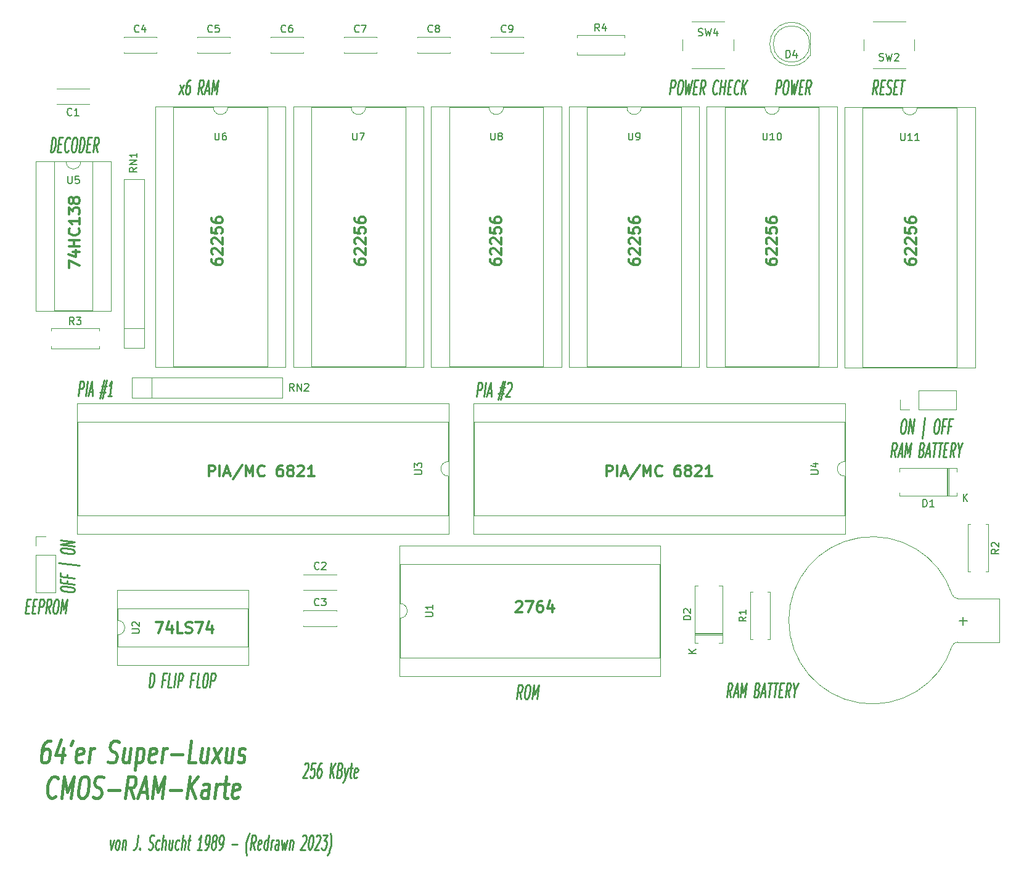
<source format=gto>
G04 #@! TF.GenerationSoftware,KiCad,Pcbnew,(5.1.9)-1*
G04 #@! TF.CreationDate,2023-02-03T17:28:33+00:00*
G04 #@! TF.ProjectId,C64RAMCart,43363452-414d-4436-9172-742e6b696361,rev?*
G04 #@! TF.SameCoordinates,Original*
G04 #@! TF.FileFunction,Legend,Top*
G04 #@! TF.FilePolarity,Positive*
%FSLAX46Y46*%
G04 Gerber Fmt 4.6, Leading zero omitted, Abs format (unit mm)*
G04 Created by KiCad (PCBNEW (5.1.9)-1) date 2023-02-03 17:28:33*
%MOMM*%
%LPD*%
G01*
G04 APERTURE LIST*
%ADD10C,0.250000*%
%ADD11C,0.300000*%
%ADD12C,0.400000*%
%ADD13C,0.120000*%
%ADD14C,0.150000*%
G04 APERTURE END LIST*
D10*
X81963139Y-117507142D02*
X82296473Y-117507142D01*
X82308377Y-118554761D02*
X81832187Y-118554761D01*
X82082187Y-116554761D01*
X82558377Y-116554761D01*
X82867901Y-117507142D02*
X83201235Y-117507142D01*
X83213139Y-118554761D02*
X82736949Y-118554761D01*
X82986949Y-116554761D01*
X83463139Y-116554761D01*
X83641711Y-118554761D02*
X83891711Y-116554761D01*
X84272663Y-116554761D01*
X84355997Y-116650000D01*
X84391711Y-116745238D01*
X84415520Y-116935714D01*
X84379806Y-117221428D01*
X84308377Y-117411904D01*
X84248854Y-117507142D01*
X84141711Y-117602380D01*
X83760758Y-117602380D01*
X85213139Y-118554761D02*
X84998854Y-117602380D01*
X84641711Y-118554761D02*
X84891711Y-116554761D01*
X85272663Y-116554761D01*
X85355997Y-116650000D01*
X85391711Y-116745238D01*
X85415520Y-116935714D01*
X85379806Y-117221428D01*
X85308377Y-117411904D01*
X85248854Y-117507142D01*
X85141711Y-117602380D01*
X84760758Y-117602380D01*
X86082187Y-116554761D02*
X86272663Y-116554761D01*
X86355997Y-116650000D01*
X86427425Y-116840476D01*
X86427425Y-117221428D01*
X86344092Y-117888095D01*
X86248854Y-118269047D01*
X86129806Y-118459523D01*
X86022663Y-118554761D01*
X85832187Y-118554761D01*
X85748854Y-118459523D01*
X85677425Y-118269047D01*
X85677425Y-117888095D01*
X85760758Y-117221428D01*
X85855997Y-116840476D01*
X85975044Y-116650000D01*
X86082187Y-116554761D01*
X86689330Y-118554761D02*
X86939330Y-116554761D01*
X87094092Y-117983333D01*
X87605997Y-116554761D01*
X87355997Y-118554761D01*
X86619761Y-115134002D02*
X86619761Y-114943526D01*
X86715000Y-114860193D01*
X86905476Y-114788764D01*
X87286428Y-114788764D01*
X87953095Y-114872098D01*
X88334047Y-114967336D01*
X88524523Y-115086383D01*
X88619761Y-115193526D01*
X88619761Y-115384002D01*
X88524523Y-115467336D01*
X88334047Y-115538764D01*
X87953095Y-115538764D01*
X87286428Y-115455431D01*
X86905476Y-115360193D01*
X86715000Y-115241145D01*
X86619761Y-115134002D01*
X87572142Y-114062574D02*
X87572142Y-114395907D01*
X88619761Y-114526860D02*
X86619761Y-114276860D01*
X86619761Y-113800669D01*
X87572142Y-113205431D02*
X87572142Y-113538764D01*
X88619761Y-113669717D02*
X86619761Y-113419717D01*
X86619761Y-112943526D01*
X89286428Y-111895907D02*
X86429285Y-111538764D01*
X86619761Y-109895907D02*
X86619761Y-109705431D01*
X86715000Y-109622098D01*
X86905476Y-109550669D01*
X87286428Y-109550669D01*
X87953095Y-109634002D01*
X88334047Y-109729241D01*
X88524523Y-109848288D01*
X88619761Y-109955431D01*
X88619761Y-110145907D01*
X88524523Y-110229241D01*
X88334047Y-110300669D01*
X87953095Y-110300669D01*
X87286428Y-110217336D01*
X86905476Y-110122098D01*
X86715000Y-110003050D01*
X86619761Y-109895907D01*
X88619761Y-109288764D02*
X86619761Y-109038764D01*
X88619761Y-108717336D01*
X86619761Y-108467336D01*
X170341425Y-47174761D02*
X170591425Y-45174761D01*
X170972377Y-45174761D01*
X171055711Y-45270000D01*
X171091425Y-45365238D01*
X171115235Y-45555714D01*
X171079520Y-45841428D01*
X171008092Y-46031904D01*
X170948568Y-46127142D01*
X170841425Y-46222380D01*
X170460473Y-46222380D01*
X171781901Y-45174761D02*
X171972377Y-45174761D01*
X172055711Y-45270000D01*
X172127139Y-45460476D01*
X172127139Y-45841428D01*
X172043806Y-46508095D01*
X171948568Y-46889047D01*
X171829520Y-47079523D01*
X171722377Y-47174761D01*
X171531901Y-47174761D01*
X171448568Y-47079523D01*
X171377139Y-46889047D01*
X171377139Y-46508095D01*
X171460473Y-45841428D01*
X171555711Y-45460476D01*
X171674758Y-45270000D01*
X171781901Y-45174761D01*
X172543806Y-45174761D02*
X172531901Y-47174761D01*
X172900949Y-45746190D01*
X172912854Y-47174761D01*
X173400949Y-45174761D01*
X173662854Y-46127142D02*
X173996187Y-46127142D01*
X174008092Y-47174761D02*
X173531901Y-47174761D01*
X173781901Y-45174761D01*
X174258092Y-45174761D01*
X175008092Y-47174761D02*
X174793806Y-46222380D01*
X174436663Y-47174761D02*
X174686663Y-45174761D01*
X175067616Y-45174761D01*
X175150949Y-45270000D01*
X175186663Y-45365238D01*
X175210473Y-45555714D01*
X175174758Y-45841428D01*
X175103330Y-46031904D01*
X175043806Y-46127142D01*
X174936663Y-46222380D01*
X174555711Y-46222380D01*
X176793806Y-46984285D02*
X176734282Y-47079523D01*
X176579520Y-47174761D01*
X176484282Y-47174761D01*
X176353330Y-47079523D01*
X176281901Y-46889047D01*
X176258092Y-46698571D01*
X176258092Y-46317619D01*
X176293806Y-46031904D01*
X176389044Y-45650952D01*
X176460473Y-45460476D01*
X176579520Y-45270000D01*
X176734282Y-45174761D01*
X176829520Y-45174761D01*
X176960473Y-45270000D01*
X176996187Y-45365238D01*
X177198568Y-47174761D02*
X177448568Y-45174761D01*
X177329520Y-46127142D02*
X177900949Y-46127142D01*
X177769997Y-47174761D02*
X178019997Y-45174761D01*
X178377139Y-46127142D02*
X178710473Y-46127142D01*
X178722377Y-47174761D02*
X178246187Y-47174761D01*
X178496187Y-45174761D01*
X178972377Y-45174761D01*
X179746187Y-46984285D02*
X179686663Y-47079523D01*
X179531901Y-47174761D01*
X179436663Y-47174761D01*
X179305711Y-47079523D01*
X179234282Y-46889047D01*
X179210473Y-46698571D01*
X179210473Y-46317619D01*
X179246187Y-46031904D01*
X179341425Y-45650952D01*
X179412854Y-45460476D01*
X179531901Y-45270000D01*
X179686663Y-45174761D01*
X179781901Y-45174761D01*
X179912854Y-45270000D01*
X179948568Y-45365238D01*
X180150949Y-47174761D02*
X180400949Y-45174761D01*
X180722377Y-47174761D02*
X180436663Y-46031904D01*
X180972377Y-45174761D02*
X180258092Y-46317619D01*
X184873568Y-47174761D02*
X185123568Y-45174761D01*
X185504520Y-45174761D01*
X185587854Y-45270000D01*
X185623568Y-45365238D01*
X185647377Y-45555714D01*
X185611663Y-45841428D01*
X185540235Y-46031904D01*
X185480711Y-46127142D01*
X185373568Y-46222380D01*
X184992616Y-46222380D01*
X186314044Y-45174761D02*
X186504520Y-45174761D01*
X186587854Y-45270000D01*
X186659282Y-45460476D01*
X186659282Y-45841428D01*
X186575949Y-46508095D01*
X186480711Y-46889047D01*
X186361663Y-47079523D01*
X186254520Y-47174761D01*
X186064044Y-47174761D01*
X185980711Y-47079523D01*
X185909282Y-46889047D01*
X185909282Y-46508095D01*
X185992616Y-45841428D01*
X186087854Y-45460476D01*
X186206901Y-45270000D01*
X186314044Y-45174761D01*
X187075949Y-45174761D02*
X187064044Y-47174761D01*
X187433092Y-45746190D01*
X187444997Y-47174761D01*
X187933092Y-45174761D01*
X188194997Y-46127142D02*
X188528330Y-46127142D01*
X188540235Y-47174761D02*
X188064044Y-47174761D01*
X188314044Y-45174761D01*
X188790235Y-45174761D01*
X189540235Y-47174761D02*
X189325949Y-46222380D01*
X188968806Y-47174761D02*
X189218806Y-45174761D01*
X189599758Y-45174761D01*
X189683092Y-45270000D01*
X189718806Y-45365238D01*
X189742616Y-45555714D01*
X189706901Y-45841428D01*
X189635473Y-46031904D01*
X189575949Y-46127142D01*
X189468806Y-46222380D01*
X189087854Y-46222380D01*
X198755711Y-47174761D02*
X198541425Y-46222380D01*
X198184282Y-47174761D02*
X198434282Y-45174761D01*
X198815235Y-45174761D01*
X198898568Y-45270000D01*
X198934282Y-45365238D01*
X198958092Y-45555714D01*
X198922377Y-45841428D01*
X198850949Y-46031904D01*
X198791425Y-46127142D01*
X198684282Y-46222380D01*
X198303330Y-46222380D01*
X199315235Y-46127142D02*
X199648568Y-46127142D01*
X199660473Y-47174761D02*
X199184282Y-47174761D01*
X199434282Y-45174761D01*
X199910473Y-45174761D01*
X200053330Y-47079523D02*
X200184282Y-47174761D01*
X200422377Y-47174761D01*
X200529520Y-47079523D01*
X200589044Y-46984285D01*
X200660473Y-46793809D01*
X200684282Y-46603333D01*
X200660473Y-46412857D01*
X200624758Y-46317619D01*
X200541425Y-46222380D01*
X200362854Y-46127142D01*
X200279520Y-46031904D01*
X200243806Y-45936666D01*
X200219997Y-45746190D01*
X200243806Y-45555714D01*
X200315235Y-45365238D01*
X200374758Y-45270000D01*
X200481901Y-45174761D01*
X200719997Y-45174761D01*
X200850949Y-45270000D01*
X201172377Y-46127142D02*
X201505711Y-46127142D01*
X201517616Y-47174761D02*
X201041425Y-47174761D01*
X201291425Y-45174761D01*
X201767616Y-45174761D01*
X202053330Y-45174761D02*
X202624758Y-45174761D01*
X202089044Y-47174761D02*
X202339044Y-45174761D01*
D11*
X87807571Y-71037857D02*
X87807571Y-70037857D01*
X89307571Y-70680714D01*
X88307571Y-68823571D02*
X89307571Y-68823571D01*
X87736142Y-69180714D02*
X88807571Y-69537857D01*
X88807571Y-68609285D01*
X89307571Y-68037857D02*
X87807571Y-68037857D01*
X88521857Y-68037857D02*
X88521857Y-67180714D01*
X89307571Y-67180714D02*
X87807571Y-67180714D01*
X89164714Y-65609285D02*
X89236142Y-65680714D01*
X89307571Y-65895000D01*
X89307571Y-66037857D01*
X89236142Y-66252142D01*
X89093285Y-66395000D01*
X88950428Y-66466428D01*
X88664714Y-66537857D01*
X88450428Y-66537857D01*
X88164714Y-66466428D01*
X88021857Y-66395000D01*
X87879000Y-66252142D01*
X87807571Y-66037857D01*
X87807571Y-65895000D01*
X87879000Y-65680714D01*
X87950428Y-65609285D01*
X89307571Y-64180714D02*
X89307571Y-65037857D01*
X89307571Y-64609285D02*
X87807571Y-64609285D01*
X88021857Y-64752142D01*
X88164714Y-64895000D01*
X88236142Y-65037857D01*
X87807571Y-63680714D02*
X87807571Y-62752142D01*
X88379000Y-63252142D01*
X88379000Y-63037857D01*
X88450428Y-62895000D01*
X88521857Y-62823571D01*
X88664714Y-62752142D01*
X89021857Y-62752142D01*
X89164714Y-62823571D01*
X89236142Y-62895000D01*
X89307571Y-63037857D01*
X89307571Y-63466428D01*
X89236142Y-63609285D01*
X89164714Y-63680714D01*
X88450428Y-61895000D02*
X88379000Y-62037857D01*
X88307571Y-62109285D01*
X88164714Y-62180714D01*
X88093285Y-62180714D01*
X87950428Y-62109285D01*
X87879000Y-62037857D01*
X87807571Y-61895000D01*
X87807571Y-61609285D01*
X87879000Y-61466428D01*
X87950428Y-61395000D01*
X88093285Y-61323571D01*
X88164714Y-61323571D01*
X88307571Y-61395000D01*
X88379000Y-61466428D01*
X88450428Y-61609285D01*
X88450428Y-61895000D01*
X88521857Y-62037857D01*
X88593285Y-62109285D01*
X88736142Y-62180714D01*
X89021857Y-62180714D01*
X89164714Y-62109285D01*
X89236142Y-62037857D01*
X89307571Y-61895000D01*
X89307571Y-61609285D01*
X89236142Y-61466428D01*
X89164714Y-61395000D01*
X89021857Y-61323571D01*
X88736142Y-61323571D01*
X88593285Y-61395000D01*
X88521857Y-61466428D01*
X88450428Y-61609285D01*
X107432571Y-69866428D02*
X107432571Y-70152142D01*
X107504000Y-70295000D01*
X107575428Y-70366428D01*
X107789714Y-70509285D01*
X108075428Y-70580714D01*
X108646857Y-70580714D01*
X108789714Y-70509285D01*
X108861142Y-70437857D01*
X108932571Y-70295000D01*
X108932571Y-70009285D01*
X108861142Y-69866428D01*
X108789714Y-69795000D01*
X108646857Y-69723571D01*
X108289714Y-69723571D01*
X108146857Y-69795000D01*
X108075428Y-69866428D01*
X108004000Y-70009285D01*
X108004000Y-70295000D01*
X108075428Y-70437857D01*
X108146857Y-70509285D01*
X108289714Y-70580714D01*
X107575428Y-69152142D02*
X107504000Y-69080714D01*
X107432571Y-68937857D01*
X107432571Y-68580714D01*
X107504000Y-68437857D01*
X107575428Y-68366428D01*
X107718285Y-68295000D01*
X107861142Y-68295000D01*
X108075428Y-68366428D01*
X108932571Y-69223571D01*
X108932571Y-68295000D01*
X107575428Y-67723571D02*
X107504000Y-67652142D01*
X107432571Y-67509285D01*
X107432571Y-67152142D01*
X107504000Y-67009285D01*
X107575428Y-66937857D01*
X107718285Y-66866428D01*
X107861142Y-66866428D01*
X108075428Y-66937857D01*
X108932571Y-67795000D01*
X108932571Y-66866428D01*
X107432571Y-65509285D02*
X107432571Y-66223571D01*
X108146857Y-66295000D01*
X108075428Y-66223571D01*
X108004000Y-66080714D01*
X108004000Y-65723571D01*
X108075428Y-65580714D01*
X108146857Y-65509285D01*
X108289714Y-65437857D01*
X108646857Y-65437857D01*
X108789714Y-65509285D01*
X108861142Y-65580714D01*
X108932571Y-65723571D01*
X108932571Y-66080714D01*
X108861142Y-66223571D01*
X108789714Y-66295000D01*
X107432571Y-64152142D02*
X107432571Y-64437857D01*
X107504000Y-64580714D01*
X107575428Y-64652142D01*
X107789714Y-64795000D01*
X108075428Y-64866428D01*
X108646857Y-64866428D01*
X108789714Y-64795000D01*
X108861142Y-64723571D01*
X108932571Y-64580714D01*
X108932571Y-64295000D01*
X108861142Y-64152142D01*
X108789714Y-64080714D01*
X108646857Y-64009285D01*
X108289714Y-64009285D01*
X108146857Y-64080714D01*
X108075428Y-64152142D01*
X108004000Y-64295000D01*
X108004000Y-64580714D01*
X108075428Y-64723571D01*
X108146857Y-64795000D01*
X108289714Y-64866428D01*
X127057571Y-69866428D02*
X127057571Y-70152142D01*
X127129000Y-70295000D01*
X127200428Y-70366428D01*
X127414714Y-70509285D01*
X127700428Y-70580714D01*
X128271857Y-70580714D01*
X128414714Y-70509285D01*
X128486142Y-70437857D01*
X128557571Y-70295000D01*
X128557571Y-70009285D01*
X128486142Y-69866428D01*
X128414714Y-69795000D01*
X128271857Y-69723571D01*
X127914714Y-69723571D01*
X127771857Y-69795000D01*
X127700428Y-69866428D01*
X127629000Y-70009285D01*
X127629000Y-70295000D01*
X127700428Y-70437857D01*
X127771857Y-70509285D01*
X127914714Y-70580714D01*
X127200428Y-69152142D02*
X127129000Y-69080714D01*
X127057571Y-68937857D01*
X127057571Y-68580714D01*
X127129000Y-68437857D01*
X127200428Y-68366428D01*
X127343285Y-68295000D01*
X127486142Y-68295000D01*
X127700428Y-68366428D01*
X128557571Y-69223571D01*
X128557571Y-68295000D01*
X127200428Y-67723571D02*
X127129000Y-67652142D01*
X127057571Y-67509285D01*
X127057571Y-67152142D01*
X127129000Y-67009285D01*
X127200428Y-66937857D01*
X127343285Y-66866428D01*
X127486142Y-66866428D01*
X127700428Y-66937857D01*
X128557571Y-67795000D01*
X128557571Y-66866428D01*
X127057571Y-65509285D02*
X127057571Y-66223571D01*
X127771857Y-66295000D01*
X127700428Y-66223571D01*
X127629000Y-66080714D01*
X127629000Y-65723571D01*
X127700428Y-65580714D01*
X127771857Y-65509285D01*
X127914714Y-65437857D01*
X128271857Y-65437857D01*
X128414714Y-65509285D01*
X128486142Y-65580714D01*
X128557571Y-65723571D01*
X128557571Y-66080714D01*
X128486142Y-66223571D01*
X128414714Y-66295000D01*
X127057571Y-64152142D02*
X127057571Y-64437857D01*
X127129000Y-64580714D01*
X127200428Y-64652142D01*
X127414714Y-64795000D01*
X127700428Y-64866428D01*
X128271857Y-64866428D01*
X128414714Y-64795000D01*
X128486142Y-64723571D01*
X128557571Y-64580714D01*
X128557571Y-64295000D01*
X128486142Y-64152142D01*
X128414714Y-64080714D01*
X128271857Y-64009285D01*
X127914714Y-64009285D01*
X127771857Y-64080714D01*
X127700428Y-64152142D01*
X127629000Y-64295000D01*
X127629000Y-64580714D01*
X127700428Y-64723571D01*
X127771857Y-64795000D01*
X127914714Y-64866428D01*
X145707571Y-69866428D02*
X145707571Y-70152142D01*
X145779000Y-70295000D01*
X145850428Y-70366428D01*
X146064714Y-70509285D01*
X146350428Y-70580714D01*
X146921857Y-70580714D01*
X147064714Y-70509285D01*
X147136142Y-70437857D01*
X147207571Y-70295000D01*
X147207571Y-70009285D01*
X147136142Y-69866428D01*
X147064714Y-69795000D01*
X146921857Y-69723571D01*
X146564714Y-69723571D01*
X146421857Y-69795000D01*
X146350428Y-69866428D01*
X146279000Y-70009285D01*
X146279000Y-70295000D01*
X146350428Y-70437857D01*
X146421857Y-70509285D01*
X146564714Y-70580714D01*
X145850428Y-69152142D02*
X145779000Y-69080714D01*
X145707571Y-68937857D01*
X145707571Y-68580714D01*
X145779000Y-68437857D01*
X145850428Y-68366428D01*
X145993285Y-68295000D01*
X146136142Y-68295000D01*
X146350428Y-68366428D01*
X147207571Y-69223571D01*
X147207571Y-68295000D01*
X145850428Y-67723571D02*
X145779000Y-67652142D01*
X145707571Y-67509285D01*
X145707571Y-67152142D01*
X145779000Y-67009285D01*
X145850428Y-66937857D01*
X145993285Y-66866428D01*
X146136142Y-66866428D01*
X146350428Y-66937857D01*
X147207571Y-67795000D01*
X147207571Y-66866428D01*
X145707571Y-65509285D02*
X145707571Y-66223571D01*
X146421857Y-66295000D01*
X146350428Y-66223571D01*
X146279000Y-66080714D01*
X146279000Y-65723571D01*
X146350428Y-65580714D01*
X146421857Y-65509285D01*
X146564714Y-65437857D01*
X146921857Y-65437857D01*
X147064714Y-65509285D01*
X147136142Y-65580714D01*
X147207571Y-65723571D01*
X147207571Y-66080714D01*
X147136142Y-66223571D01*
X147064714Y-66295000D01*
X145707571Y-64152142D02*
X145707571Y-64437857D01*
X145779000Y-64580714D01*
X145850428Y-64652142D01*
X146064714Y-64795000D01*
X146350428Y-64866428D01*
X146921857Y-64866428D01*
X147064714Y-64795000D01*
X147136142Y-64723571D01*
X147207571Y-64580714D01*
X147207571Y-64295000D01*
X147136142Y-64152142D01*
X147064714Y-64080714D01*
X146921857Y-64009285D01*
X146564714Y-64009285D01*
X146421857Y-64080714D01*
X146350428Y-64152142D01*
X146279000Y-64295000D01*
X146279000Y-64580714D01*
X146350428Y-64723571D01*
X146421857Y-64795000D01*
X146564714Y-64866428D01*
X202657571Y-69866428D02*
X202657571Y-70152142D01*
X202729000Y-70295000D01*
X202800428Y-70366428D01*
X203014714Y-70509285D01*
X203300428Y-70580714D01*
X203871857Y-70580714D01*
X204014714Y-70509285D01*
X204086142Y-70437857D01*
X204157571Y-70295000D01*
X204157571Y-70009285D01*
X204086142Y-69866428D01*
X204014714Y-69795000D01*
X203871857Y-69723571D01*
X203514714Y-69723571D01*
X203371857Y-69795000D01*
X203300428Y-69866428D01*
X203229000Y-70009285D01*
X203229000Y-70295000D01*
X203300428Y-70437857D01*
X203371857Y-70509285D01*
X203514714Y-70580714D01*
X202800428Y-69152142D02*
X202729000Y-69080714D01*
X202657571Y-68937857D01*
X202657571Y-68580714D01*
X202729000Y-68437857D01*
X202800428Y-68366428D01*
X202943285Y-68295000D01*
X203086142Y-68295000D01*
X203300428Y-68366428D01*
X204157571Y-69223571D01*
X204157571Y-68295000D01*
X202800428Y-67723571D02*
X202729000Y-67652142D01*
X202657571Y-67509285D01*
X202657571Y-67152142D01*
X202729000Y-67009285D01*
X202800428Y-66937857D01*
X202943285Y-66866428D01*
X203086142Y-66866428D01*
X203300428Y-66937857D01*
X204157571Y-67795000D01*
X204157571Y-66866428D01*
X202657571Y-65509285D02*
X202657571Y-66223571D01*
X203371857Y-66295000D01*
X203300428Y-66223571D01*
X203229000Y-66080714D01*
X203229000Y-65723571D01*
X203300428Y-65580714D01*
X203371857Y-65509285D01*
X203514714Y-65437857D01*
X203871857Y-65437857D01*
X204014714Y-65509285D01*
X204086142Y-65580714D01*
X204157571Y-65723571D01*
X204157571Y-66080714D01*
X204086142Y-66223571D01*
X204014714Y-66295000D01*
X202657571Y-64152142D02*
X202657571Y-64437857D01*
X202729000Y-64580714D01*
X202800428Y-64652142D01*
X203014714Y-64795000D01*
X203300428Y-64866428D01*
X203871857Y-64866428D01*
X204014714Y-64795000D01*
X204086142Y-64723571D01*
X204157571Y-64580714D01*
X204157571Y-64295000D01*
X204086142Y-64152142D01*
X204014714Y-64080714D01*
X203871857Y-64009285D01*
X203514714Y-64009285D01*
X203371857Y-64080714D01*
X203300428Y-64152142D01*
X203229000Y-64295000D01*
X203229000Y-64580714D01*
X203300428Y-64723571D01*
X203371857Y-64795000D01*
X203514714Y-64866428D01*
X183557571Y-69866428D02*
X183557571Y-70152142D01*
X183629000Y-70295000D01*
X183700428Y-70366428D01*
X183914714Y-70509285D01*
X184200428Y-70580714D01*
X184771857Y-70580714D01*
X184914714Y-70509285D01*
X184986142Y-70437857D01*
X185057571Y-70295000D01*
X185057571Y-70009285D01*
X184986142Y-69866428D01*
X184914714Y-69795000D01*
X184771857Y-69723571D01*
X184414714Y-69723571D01*
X184271857Y-69795000D01*
X184200428Y-69866428D01*
X184129000Y-70009285D01*
X184129000Y-70295000D01*
X184200428Y-70437857D01*
X184271857Y-70509285D01*
X184414714Y-70580714D01*
X183700428Y-69152142D02*
X183629000Y-69080714D01*
X183557571Y-68937857D01*
X183557571Y-68580714D01*
X183629000Y-68437857D01*
X183700428Y-68366428D01*
X183843285Y-68295000D01*
X183986142Y-68295000D01*
X184200428Y-68366428D01*
X185057571Y-69223571D01*
X185057571Y-68295000D01*
X183700428Y-67723571D02*
X183629000Y-67652142D01*
X183557571Y-67509285D01*
X183557571Y-67152142D01*
X183629000Y-67009285D01*
X183700428Y-66937857D01*
X183843285Y-66866428D01*
X183986142Y-66866428D01*
X184200428Y-66937857D01*
X185057571Y-67795000D01*
X185057571Y-66866428D01*
X183557571Y-65509285D02*
X183557571Y-66223571D01*
X184271857Y-66295000D01*
X184200428Y-66223571D01*
X184129000Y-66080714D01*
X184129000Y-65723571D01*
X184200428Y-65580714D01*
X184271857Y-65509285D01*
X184414714Y-65437857D01*
X184771857Y-65437857D01*
X184914714Y-65509285D01*
X184986142Y-65580714D01*
X185057571Y-65723571D01*
X185057571Y-66080714D01*
X184986142Y-66223571D01*
X184914714Y-66295000D01*
X183557571Y-64152142D02*
X183557571Y-64437857D01*
X183629000Y-64580714D01*
X183700428Y-64652142D01*
X183914714Y-64795000D01*
X184200428Y-64866428D01*
X184771857Y-64866428D01*
X184914714Y-64795000D01*
X184986142Y-64723571D01*
X185057571Y-64580714D01*
X185057571Y-64295000D01*
X184986142Y-64152142D01*
X184914714Y-64080714D01*
X184771857Y-64009285D01*
X184414714Y-64009285D01*
X184271857Y-64080714D01*
X184200428Y-64152142D01*
X184129000Y-64295000D01*
X184129000Y-64580714D01*
X184200428Y-64723571D01*
X184271857Y-64795000D01*
X184414714Y-64866428D01*
X164757571Y-69866428D02*
X164757571Y-70152142D01*
X164829000Y-70295000D01*
X164900428Y-70366428D01*
X165114714Y-70509285D01*
X165400428Y-70580714D01*
X165971857Y-70580714D01*
X166114714Y-70509285D01*
X166186142Y-70437857D01*
X166257571Y-70295000D01*
X166257571Y-70009285D01*
X166186142Y-69866428D01*
X166114714Y-69795000D01*
X165971857Y-69723571D01*
X165614714Y-69723571D01*
X165471857Y-69795000D01*
X165400428Y-69866428D01*
X165329000Y-70009285D01*
X165329000Y-70295000D01*
X165400428Y-70437857D01*
X165471857Y-70509285D01*
X165614714Y-70580714D01*
X164900428Y-69152142D02*
X164829000Y-69080714D01*
X164757571Y-68937857D01*
X164757571Y-68580714D01*
X164829000Y-68437857D01*
X164900428Y-68366428D01*
X165043285Y-68295000D01*
X165186142Y-68295000D01*
X165400428Y-68366428D01*
X166257571Y-69223571D01*
X166257571Y-68295000D01*
X164900428Y-67723571D02*
X164829000Y-67652142D01*
X164757571Y-67509285D01*
X164757571Y-67152142D01*
X164829000Y-67009285D01*
X164900428Y-66937857D01*
X165043285Y-66866428D01*
X165186142Y-66866428D01*
X165400428Y-66937857D01*
X166257571Y-67795000D01*
X166257571Y-66866428D01*
X164757571Y-65509285D02*
X164757571Y-66223571D01*
X165471857Y-66295000D01*
X165400428Y-66223571D01*
X165329000Y-66080714D01*
X165329000Y-65723571D01*
X165400428Y-65580714D01*
X165471857Y-65509285D01*
X165614714Y-65437857D01*
X165971857Y-65437857D01*
X166114714Y-65509285D01*
X166186142Y-65580714D01*
X166257571Y-65723571D01*
X166257571Y-66080714D01*
X166186142Y-66223571D01*
X166114714Y-66295000D01*
X164757571Y-64152142D02*
X164757571Y-64437857D01*
X164829000Y-64580714D01*
X164900428Y-64652142D01*
X165114714Y-64795000D01*
X165400428Y-64866428D01*
X165971857Y-64866428D01*
X166114714Y-64795000D01*
X166186142Y-64723571D01*
X166257571Y-64580714D01*
X166257571Y-64295000D01*
X166186142Y-64152142D01*
X166114714Y-64080714D01*
X165971857Y-64009285D01*
X165614714Y-64009285D01*
X165471857Y-64080714D01*
X165400428Y-64152142D01*
X165329000Y-64295000D01*
X165329000Y-64580714D01*
X165400428Y-64723571D01*
X165471857Y-64795000D01*
X165614714Y-64866428D01*
X161639714Y-99673571D02*
X161639714Y-98173571D01*
X162211142Y-98173571D01*
X162354000Y-98245000D01*
X162425428Y-98316428D01*
X162496857Y-98459285D01*
X162496857Y-98673571D01*
X162425428Y-98816428D01*
X162354000Y-98887857D01*
X162211142Y-98959285D01*
X161639714Y-98959285D01*
X163139714Y-99673571D02*
X163139714Y-98173571D01*
X163782571Y-99245000D02*
X164496857Y-99245000D01*
X163639714Y-99673571D02*
X164139714Y-98173571D01*
X164639714Y-99673571D01*
X166211142Y-98102142D02*
X164925428Y-100030714D01*
X166711142Y-99673571D02*
X166711142Y-98173571D01*
X167211142Y-99245000D01*
X167711142Y-98173571D01*
X167711142Y-99673571D01*
X169282571Y-99530714D02*
X169211142Y-99602142D01*
X168996857Y-99673571D01*
X168854000Y-99673571D01*
X168639714Y-99602142D01*
X168496857Y-99459285D01*
X168425428Y-99316428D01*
X168354000Y-99030714D01*
X168354000Y-98816428D01*
X168425428Y-98530714D01*
X168496857Y-98387857D01*
X168639714Y-98245000D01*
X168854000Y-98173571D01*
X168996857Y-98173571D01*
X169211142Y-98245000D01*
X169282571Y-98316428D01*
X171711142Y-98173571D02*
X171425428Y-98173571D01*
X171282571Y-98245000D01*
X171211142Y-98316428D01*
X171068285Y-98530714D01*
X170996857Y-98816428D01*
X170996857Y-99387857D01*
X171068285Y-99530714D01*
X171139714Y-99602142D01*
X171282571Y-99673571D01*
X171568285Y-99673571D01*
X171711142Y-99602142D01*
X171782571Y-99530714D01*
X171854000Y-99387857D01*
X171854000Y-99030714D01*
X171782571Y-98887857D01*
X171711142Y-98816428D01*
X171568285Y-98745000D01*
X171282571Y-98745000D01*
X171139714Y-98816428D01*
X171068285Y-98887857D01*
X170996857Y-99030714D01*
X172711142Y-98816428D02*
X172568285Y-98745000D01*
X172496857Y-98673571D01*
X172425428Y-98530714D01*
X172425428Y-98459285D01*
X172496857Y-98316428D01*
X172568285Y-98245000D01*
X172711142Y-98173571D01*
X172996857Y-98173571D01*
X173139714Y-98245000D01*
X173211142Y-98316428D01*
X173282571Y-98459285D01*
X173282571Y-98530714D01*
X173211142Y-98673571D01*
X173139714Y-98745000D01*
X172996857Y-98816428D01*
X172711142Y-98816428D01*
X172568285Y-98887857D01*
X172496857Y-98959285D01*
X172425428Y-99102142D01*
X172425428Y-99387857D01*
X172496857Y-99530714D01*
X172568285Y-99602142D01*
X172711142Y-99673571D01*
X172996857Y-99673571D01*
X173139714Y-99602142D01*
X173211142Y-99530714D01*
X173282571Y-99387857D01*
X173282571Y-99102142D01*
X173211142Y-98959285D01*
X173139714Y-98887857D01*
X172996857Y-98816428D01*
X173854000Y-98316428D02*
X173925428Y-98245000D01*
X174068285Y-98173571D01*
X174425428Y-98173571D01*
X174568285Y-98245000D01*
X174639714Y-98316428D01*
X174711142Y-98459285D01*
X174711142Y-98602142D01*
X174639714Y-98816428D01*
X173782571Y-99673571D01*
X174711142Y-99673571D01*
X176139714Y-99673571D02*
X175282571Y-99673571D01*
X175711142Y-99673571D02*
X175711142Y-98173571D01*
X175568285Y-98387857D01*
X175425428Y-98530714D01*
X175282571Y-98602142D01*
X107039714Y-99673571D02*
X107039714Y-98173571D01*
X107611142Y-98173571D01*
X107754000Y-98245000D01*
X107825428Y-98316428D01*
X107896857Y-98459285D01*
X107896857Y-98673571D01*
X107825428Y-98816428D01*
X107754000Y-98887857D01*
X107611142Y-98959285D01*
X107039714Y-98959285D01*
X108539714Y-99673571D02*
X108539714Y-98173571D01*
X109182571Y-99245000D02*
X109896857Y-99245000D01*
X109039714Y-99673571D02*
X109539714Y-98173571D01*
X110039714Y-99673571D01*
X111611142Y-98102142D02*
X110325428Y-100030714D01*
X112111142Y-99673571D02*
X112111142Y-98173571D01*
X112611142Y-99245000D01*
X113111142Y-98173571D01*
X113111142Y-99673571D01*
X114682571Y-99530714D02*
X114611142Y-99602142D01*
X114396857Y-99673571D01*
X114254000Y-99673571D01*
X114039714Y-99602142D01*
X113896857Y-99459285D01*
X113825428Y-99316428D01*
X113754000Y-99030714D01*
X113754000Y-98816428D01*
X113825428Y-98530714D01*
X113896857Y-98387857D01*
X114039714Y-98245000D01*
X114254000Y-98173571D01*
X114396857Y-98173571D01*
X114611142Y-98245000D01*
X114682571Y-98316428D01*
X117111142Y-98173571D02*
X116825428Y-98173571D01*
X116682571Y-98245000D01*
X116611142Y-98316428D01*
X116468285Y-98530714D01*
X116396857Y-98816428D01*
X116396857Y-99387857D01*
X116468285Y-99530714D01*
X116539714Y-99602142D01*
X116682571Y-99673571D01*
X116968285Y-99673571D01*
X117111142Y-99602142D01*
X117182571Y-99530714D01*
X117254000Y-99387857D01*
X117254000Y-99030714D01*
X117182571Y-98887857D01*
X117111142Y-98816428D01*
X116968285Y-98745000D01*
X116682571Y-98745000D01*
X116539714Y-98816428D01*
X116468285Y-98887857D01*
X116396857Y-99030714D01*
X118111142Y-98816428D02*
X117968285Y-98745000D01*
X117896857Y-98673571D01*
X117825428Y-98530714D01*
X117825428Y-98459285D01*
X117896857Y-98316428D01*
X117968285Y-98245000D01*
X118111142Y-98173571D01*
X118396857Y-98173571D01*
X118539714Y-98245000D01*
X118611142Y-98316428D01*
X118682571Y-98459285D01*
X118682571Y-98530714D01*
X118611142Y-98673571D01*
X118539714Y-98745000D01*
X118396857Y-98816428D01*
X118111142Y-98816428D01*
X117968285Y-98887857D01*
X117896857Y-98959285D01*
X117825428Y-99102142D01*
X117825428Y-99387857D01*
X117896857Y-99530714D01*
X117968285Y-99602142D01*
X118111142Y-99673571D01*
X118396857Y-99673571D01*
X118539714Y-99602142D01*
X118611142Y-99530714D01*
X118682571Y-99387857D01*
X118682571Y-99102142D01*
X118611142Y-98959285D01*
X118539714Y-98887857D01*
X118396857Y-98816428D01*
X119254000Y-98316428D02*
X119325428Y-98245000D01*
X119468285Y-98173571D01*
X119825428Y-98173571D01*
X119968285Y-98245000D01*
X120039714Y-98316428D01*
X120111142Y-98459285D01*
X120111142Y-98602142D01*
X120039714Y-98816428D01*
X119182571Y-99673571D01*
X120111142Y-99673571D01*
X121539714Y-99673571D02*
X120682571Y-99673571D01*
X121111142Y-99673571D02*
X121111142Y-98173571D01*
X120968285Y-98387857D01*
X120825428Y-98530714D01*
X120682571Y-98602142D01*
X149232571Y-116966428D02*
X149304000Y-116895000D01*
X149446857Y-116823571D01*
X149804000Y-116823571D01*
X149946857Y-116895000D01*
X150018285Y-116966428D01*
X150089714Y-117109285D01*
X150089714Y-117252142D01*
X150018285Y-117466428D01*
X149161142Y-118323571D01*
X150089714Y-118323571D01*
X150589714Y-116823571D02*
X151589714Y-116823571D01*
X150946857Y-118323571D01*
X152804000Y-116823571D02*
X152518285Y-116823571D01*
X152375428Y-116895000D01*
X152304000Y-116966428D01*
X152161142Y-117180714D01*
X152089714Y-117466428D01*
X152089714Y-118037857D01*
X152161142Y-118180714D01*
X152232571Y-118252142D01*
X152375428Y-118323571D01*
X152661142Y-118323571D01*
X152804000Y-118252142D01*
X152875428Y-118180714D01*
X152946857Y-118037857D01*
X152946857Y-117680714D01*
X152875428Y-117537857D01*
X152804000Y-117466428D01*
X152661142Y-117395000D01*
X152375428Y-117395000D01*
X152232571Y-117466428D01*
X152161142Y-117537857D01*
X152089714Y-117680714D01*
X154232571Y-117323571D02*
X154232571Y-118323571D01*
X153875428Y-116752142D02*
X153518285Y-117823571D01*
X154446857Y-117823571D01*
X99739714Y-119698571D02*
X100739714Y-119698571D01*
X100096857Y-121198571D01*
X101954000Y-120198571D02*
X101954000Y-121198571D01*
X101596857Y-119627142D02*
X101239714Y-120698571D01*
X102168285Y-120698571D01*
X103454000Y-121198571D02*
X102739714Y-121198571D01*
X102739714Y-119698571D01*
X103882571Y-121127142D02*
X104096857Y-121198571D01*
X104454000Y-121198571D01*
X104596857Y-121127142D01*
X104668285Y-121055714D01*
X104739714Y-120912857D01*
X104739714Y-120770000D01*
X104668285Y-120627142D01*
X104596857Y-120555714D01*
X104454000Y-120484285D01*
X104168285Y-120412857D01*
X104025428Y-120341428D01*
X103954000Y-120270000D01*
X103882571Y-120127142D01*
X103882571Y-119984285D01*
X103954000Y-119841428D01*
X104025428Y-119770000D01*
X104168285Y-119698571D01*
X104525428Y-119698571D01*
X104739714Y-119770000D01*
X105239714Y-119698571D02*
X106239714Y-119698571D01*
X105596857Y-121198571D01*
X107454000Y-120198571D02*
X107454000Y-121198571D01*
X107096857Y-119627142D02*
X106739714Y-120698571D01*
X107668285Y-120698571D01*
D10*
X202469997Y-91799761D02*
X202660473Y-91799761D01*
X202743806Y-91895000D01*
X202815235Y-92085476D01*
X202815235Y-92466428D01*
X202731901Y-93133095D01*
X202636663Y-93514047D01*
X202517616Y-93704523D01*
X202410473Y-93799761D01*
X202219997Y-93799761D01*
X202136663Y-93704523D01*
X202065235Y-93514047D01*
X202065235Y-93133095D01*
X202148568Y-92466428D01*
X202243806Y-92085476D01*
X202362854Y-91895000D01*
X202469997Y-91799761D01*
X203077139Y-93799761D02*
X203327139Y-91799761D01*
X203648568Y-93799761D01*
X203898568Y-91799761D01*
X205041425Y-94466428D02*
X205398568Y-91609285D01*
X207041425Y-91799761D02*
X207231901Y-91799761D01*
X207315235Y-91895000D01*
X207386663Y-92085476D01*
X207386663Y-92466428D01*
X207303330Y-93133095D01*
X207208092Y-93514047D01*
X207089044Y-93704523D01*
X206981901Y-93799761D01*
X206791425Y-93799761D01*
X206708092Y-93704523D01*
X206636663Y-93514047D01*
X206636663Y-93133095D01*
X206719997Y-92466428D01*
X206815235Y-92085476D01*
X206934282Y-91895000D01*
X207041425Y-91799761D01*
X208112854Y-92752142D02*
X207779520Y-92752142D01*
X207648568Y-93799761D02*
X207898568Y-91799761D01*
X208374758Y-91799761D01*
X208969997Y-92752142D02*
X208636663Y-92752142D01*
X208505711Y-93799761D02*
X208755711Y-91799761D01*
X209231901Y-91799761D01*
X201315235Y-97049761D02*
X201100949Y-96097380D01*
X200743806Y-97049761D02*
X200993806Y-95049761D01*
X201374758Y-95049761D01*
X201458092Y-95145000D01*
X201493806Y-95240238D01*
X201517616Y-95430714D01*
X201481901Y-95716428D01*
X201410473Y-95906904D01*
X201350949Y-96002142D01*
X201243806Y-96097380D01*
X200862854Y-96097380D01*
X201767616Y-96478333D02*
X202243806Y-96478333D01*
X201600949Y-97049761D02*
X202184282Y-95049761D01*
X202267616Y-97049761D01*
X202600949Y-97049761D02*
X202850949Y-95049761D01*
X203005711Y-96478333D01*
X203517616Y-95049761D01*
X203267616Y-97049761D01*
X204969997Y-96002142D02*
X205100949Y-96097380D01*
X205136663Y-96192619D01*
X205160473Y-96383095D01*
X205124758Y-96668809D01*
X205053330Y-96859285D01*
X204993806Y-96954523D01*
X204886663Y-97049761D01*
X204505711Y-97049761D01*
X204755711Y-95049761D01*
X205089044Y-95049761D01*
X205172377Y-95145000D01*
X205208092Y-95240238D01*
X205231901Y-95430714D01*
X205208092Y-95621190D01*
X205136663Y-95811666D01*
X205077139Y-95906904D01*
X204969997Y-96002142D01*
X204636663Y-96002142D01*
X205529520Y-96478333D02*
X206005711Y-96478333D01*
X205362854Y-97049761D02*
X205946187Y-95049761D01*
X206029520Y-97049761D01*
X206469997Y-95049761D02*
X207041425Y-95049761D01*
X206505711Y-97049761D02*
X206755711Y-95049761D01*
X207231901Y-95049761D02*
X207803330Y-95049761D01*
X207267616Y-97049761D02*
X207517616Y-95049761D01*
X208017616Y-96002142D02*
X208350949Y-96002142D01*
X208362854Y-97049761D02*
X207886663Y-97049761D01*
X208136663Y-95049761D01*
X208612854Y-95049761D01*
X209362854Y-97049761D02*
X209148568Y-96097380D01*
X208791425Y-97049761D02*
X209041425Y-95049761D01*
X209422377Y-95049761D01*
X209505711Y-95145000D01*
X209541425Y-95240238D01*
X209565235Y-95430714D01*
X209529520Y-95716428D01*
X209458092Y-95906904D01*
X209398568Y-96002142D01*
X209291425Y-96097380D01*
X208910473Y-96097380D01*
X210100949Y-96097380D02*
X209981901Y-97049761D01*
X209898568Y-95049761D02*
X210100949Y-96097380D01*
X210565235Y-95049761D01*
X85267616Y-55074761D02*
X85517616Y-53074761D01*
X85755711Y-53074761D01*
X85886663Y-53170000D01*
X85958092Y-53360476D01*
X85981901Y-53550952D01*
X85981901Y-53931904D01*
X85946187Y-54217619D01*
X85850949Y-54598571D01*
X85779520Y-54789047D01*
X85660473Y-54979523D01*
X85505711Y-55074761D01*
X85267616Y-55074761D01*
X86398568Y-54027142D02*
X86731901Y-54027142D01*
X86743806Y-55074761D02*
X86267616Y-55074761D01*
X86517616Y-53074761D01*
X86993806Y-53074761D01*
X87767616Y-54884285D02*
X87708092Y-54979523D01*
X87553330Y-55074761D01*
X87458092Y-55074761D01*
X87327139Y-54979523D01*
X87255711Y-54789047D01*
X87231901Y-54598571D01*
X87231901Y-54217619D01*
X87267616Y-53931904D01*
X87362854Y-53550952D01*
X87434282Y-53360476D01*
X87553330Y-53170000D01*
X87708092Y-53074761D01*
X87803330Y-53074761D01*
X87934282Y-53170000D01*
X87969997Y-53265238D01*
X88612854Y-53074761D02*
X88803330Y-53074761D01*
X88886663Y-53170000D01*
X88958092Y-53360476D01*
X88958092Y-53741428D01*
X88874758Y-54408095D01*
X88779520Y-54789047D01*
X88660473Y-54979523D01*
X88553330Y-55074761D01*
X88362854Y-55074761D01*
X88279520Y-54979523D01*
X88208092Y-54789047D01*
X88208092Y-54408095D01*
X88291425Y-53741428D01*
X88386663Y-53360476D01*
X88505711Y-53170000D01*
X88612854Y-53074761D01*
X89219997Y-55074761D02*
X89469997Y-53074761D01*
X89708092Y-53074761D01*
X89839044Y-53170000D01*
X89910473Y-53360476D01*
X89934282Y-53550952D01*
X89934282Y-53931904D01*
X89898568Y-54217619D01*
X89803330Y-54598571D01*
X89731901Y-54789047D01*
X89612854Y-54979523D01*
X89458092Y-55074761D01*
X89219997Y-55074761D01*
X90350949Y-54027142D02*
X90684282Y-54027142D01*
X90696187Y-55074761D02*
X90219997Y-55074761D01*
X90469997Y-53074761D01*
X90946187Y-53074761D01*
X91696187Y-55074761D02*
X91481901Y-54122380D01*
X91124758Y-55074761D02*
X91374758Y-53074761D01*
X91755711Y-53074761D01*
X91839044Y-53170000D01*
X91874758Y-53265238D01*
X91898568Y-53455714D01*
X91862854Y-53741428D01*
X91791425Y-53931904D01*
X91731901Y-54027142D01*
X91624758Y-54122380D01*
X91243806Y-54122380D01*
X98805711Y-128699761D02*
X99055711Y-126699761D01*
X99293806Y-126699761D01*
X99424758Y-126795000D01*
X99496187Y-126985476D01*
X99519997Y-127175952D01*
X99519997Y-127556904D01*
X99484282Y-127842619D01*
X99389044Y-128223571D01*
X99317616Y-128414047D01*
X99198568Y-128604523D01*
X99043806Y-128699761D01*
X98805711Y-128699761D01*
X101031901Y-127652142D02*
X100698568Y-127652142D01*
X100567616Y-128699761D02*
X100817616Y-126699761D01*
X101293806Y-126699761D01*
X101900949Y-128699761D02*
X101424758Y-128699761D01*
X101674758Y-126699761D01*
X102234282Y-128699761D02*
X102484282Y-126699761D01*
X102710473Y-128699761D02*
X102960473Y-126699761D01*
X103341425Y-126699761D01*
X103424758Y-126795000D01*
X103460473Y-126890238D01*
X103484282Y-127080714D01*
X103448568Y-127366428D01*
X103377139Y-127556904D01*
X103317616Y-127652142D01*
X103210473Y-127747380D01*
X102829520Y-127747380D01*
X104936663Y-127652142D02*
X104603330Y-127652142D01*
X104472377Y-128699761D02*
X104722377Y-126699761D01*
X105198568Y-126699761D01*
X105805711Y-128699761D02*
X105329520Y-128699761D01*
X105579520Y-126699761D01*
X106579520Y-126699761D02*
X106769997Y-126699761D01*
X106853330Y-126795000D01*
X106924758Y-126985476D01*
X106924758Y-127366428D01*
X106841425Y-128033095D01*
X106746187Y-128414047D01*
X106627139Y-128604523D01*
X106519997Y-128699761D01*
X106329520Y-128699761D01*
X106246187Y-128604523D01*
X106174758Y-128414047D01*
X106174758Y-128033095D01*
X106258092Y-127366428D01*
X106353330Y-126985476D01*
X106472377Y-126795000D01*
X106579520Y-126699761D01*
X107186663Y-128699761D02*
X107436663Y-126699761D01*
X107817616Y-126699761D01*
X107900949Y-126795000D01*
X107936663Y-126890238D01*
X107960473Y-127080714D01*
X107924758Y-127366428D01*
X107853330Y-127556904D01*
X107793806Y-127652142D01*
X107686663Y-127747380D01*
X107305711Y-127747380D01*
X143797377Y-88749761D02*
X144047377Y-86749761D01*
X144428330Y-86749761D01*
X144511663Y-86845000D01*
X144547377Y-86940238D01*
X144571187Y-87130714D01*
X144535473Y-87416428D01*
X144464044Y-87606904D01*
X144404520Y-87702142D01*
X144297377Y-87797380D01*
X143916425Y-87797380D01*
X144797377Y-88749761D02*
X145047377Y-86749761D01*
X145297377Y-88178333D02*
X145773568Y-88178333D01*
X145130711Y-88749761D02*
X145714044Y-86749761D01*
X145797377Y-88749761D01*
X147011663Y-87416428D02*
X147725949Y-87416428D01*
X147404520Y-86559285D02*
X146797377Y-89130714D01*
X147523568Y-88273571D02*
X146809282Y-88273571D01*
X147130711Y-89130714D02*
X147737854Y-86559285D01*
X148071187Y-86940238D02*
X148130711Y-86845000D01*
X148237854Y-86749761D01*
X148475949Y-86749761D01*
X148559282Y-86845000D01*
X148594997Y-86940238D01*
X148618806Y-87130714D01*
X148594997Y-87321190D01*
X148511663Y-87606904D01*
X147797377Y-88749761D01*
X148416425Y-88749761D01*
X89097377Y-88599761D02*
X89347377Y-86599761D01*
X89728330Y-86599761D01*
X89811663Y-86695000D01*
X89847377Y-86790238D01*
X89871187Y-86980714D01*
X89835473Y-87266428D01*
X89764044Y-87456904D01*
X89704520Y-87552142D01*
X89597377Y-87647380D01*
X89216425Y-87647380D01*
X90097377Y-88599761D02*
X90347377Y-86599761D01*
X90597377Y-88028333D02*
X91073568Y-88028333D01*
X90430711Y-88599761D02*
X91014044Y-86599761D01*
X91097377Y-88599761D01*
X92311663Y-87266428D02*
X93025949Y-87266428D01*
X92704520Y-86409285D02*
X92097377Y-88980714D01*
X92823568Y-88123571D02*
X92109282Y-88123571D01*
X92430711Y-88980714D02*
X93037854Y-86409285D01*
X93716425Y-88599761D02*
X93144997Y-88599761D01*
X93430711Y-88599761D02*
X93680711Y-86599761D01*
X93549758Y-86885476D01*
X93430711Y-87075952D01*
X93323568Y-87171190D01*
X178715235Y-130049761D02*
X178500949Y-129097380D01*
X178143806Y-130049761D02*
X178393806Y-128049761D01*
X178774758Y-128049761D01*
X178858092Y-128145000D01*
X178893806Y-128240238D01*
X178917616Y-128430714D01*
X178881901Y-128716428D01*
X178810473Y-128906904D01*
X178750949Y-129002142D01*
X178643806Y-129097380D01*
X178262854Y-129097380D01*
X179167616Y-129478333D02*
X179643806Y-129478333D01*
X179000949Y-130049761D02*
X179584282Y-128049761D01*
X179667616Y-130049761D01*
X180000949Y-130049761D02*
X180250949Y-128049761D01*
X180405711Y-129478333D01*
X180917616Y-128049761D01*
X180667616Y-130049761D01*
X182369997Y-129002142D02*
X182500949Y-129097380D01*
X182536663Y-129192619D01*
X182560473Y-129383095D01*
X182524758Y-129668809D01*
X182453330Y-129859285D01*
X182393806Y-129954523D01*
X182286663Y-130049761D01*
X181905711Y-130049761D01*
X182155711Y-128049761D01*
X182489044Y-128049761D01*
X182572377Y-128145000D01*
X182608092Y-128240238D01*
X182631901Y-128430714D01*
X182608092Y-128621190D01*
X182536663Y-128811666D01*
X182477139Y-128906904D01*
X182369997Y-129002142D01*
X182036663Y-129002142D01*
X182929520Y-129478333D02*
X183405711Y-129478333D01*
X182762854Y-130049761D02*
X183346187Y-128049761D01*
X183429520Y-130049761D01*
X183869997Y-128049761D02*
X184441425Y-128049761D01*
X183905711Y-130049761D02*
X184155711Y-128049761D01*
X184631901Y-128049761D02*
X185203330Y-128049761D01*
X184667616Y-130049761D02*
X184917616Y-128049761D01*
X185417616Y-129002142D02*
X185750949Y-129002142D01*
X185762854Y-130049761D02*
X185286663Y-130049761D01*
X185536663Y-128049761D01*
X186012854Y-128049761D01*
X186762854Y-130049761D02*
X186548568Y-129097380D01*
X186191425Y-130049761D02*
X186441425Y-128049761D01*
X186822377Y-128049761D01*
X186905711Y-128145000D01*
X186941425Y-128240238D01*
X186965235Y-128430714D01*
X186929520Y-128716428D01*
X186858092Y-128906904D01*
X186798568Y-129002142D01*
X186691425Y-129097380D01*
X186310473Y-129097380D01*
X187500949Y-129097380D02*
X187381901Y-130049761D01*
X187298568Y-128049761D02*
X187500949Y-129097380D01*
X187965235Y-128049761D01*
X102939044Y-47174761D02*
X103629520Y-45841428D01*
X103105711Y-45841428D02*
X103462854Y-47174761D01*
X104522377Y-45174761D02*
X104331901Y-45174761D01*
X104224758Y-45270000D01*
X104165235Y-45365238D01*
X104034282Y-45650952D01*
X103939044Y-46031904D01*
X103843806Y-46793809D01*
X103867616Y-46984285D01*
X103903330Y-47079523D01*
X103986663Y-47174761D01*
X104177139Y-47174761D01*
X104284282Y-47079523D01*
X104343806Y-46984285D01*
X104415235Y-46793809D01*
X104474758Y-46317619D01*
X104450949Y-46127142D01*
X104415235Y-46031904D01*
X104331901Y-45936666D01*
X104141425Y-45936666D01*
X104034282Y-46031904D01*
X103974758Y-46127142D01*
X103903330Y-46317619D01*
X106129520Y-47174761D02*
X105915235Y-46222380D01*
X105558092Y-47174761D02*
X105808092Y-45174761D01*
X106189044Y-45174761D01*
X106272377Y-45270000D01*
X106308092Y-45365238D01*
X106331901Y-45555714D01*
X106296187Y-45841428D01*
X106224758Y-46031904D01*
X106165235Y-46127142D01*
X106058092Y-46222380D01*
X105677139Y-46222380D01*
X106581901Y-46603333D02*
X107058092Y-46603333D01*
X106415235Y-47174761D02*
X106998568Y-45174761D01*
X107081901Y-47174761D01*
X107415235Y-47174761D02*
X107665235Y-45174761D01*
X107819997Y-46603333D01*
X108331901Y-45174761D01*
X108081901Y-47174761D01*
X149922377Y-130299761D02*
X149708092Y-129347380D01*
X149350949Y-130299761D02*
X149600949Y-128299761D01*
X149981901Y-128299761D01*
X150065235Y-128395000D01*
X150100949Y-128490238D01*
X150124758Y-128680714D01*
X150089044Y-128966428D01*
X150017616Y-129156904D01*
X149958092Y-129252142D01*
X149850949Y-129347380D01*
X149469997Y-129347380D01*
X150791425Y-128299761D02*
X150981901Y-128299761D01*
X151065235Y-128395000D01*
X151136663Y-128585476D01*
X151136663Y-128966428D01*
X151053330Y-129633095D01*
X150958092Y-130014047D01*
X150839044Y-130204523D01*
X150731901Y-130299761D01*
X150541425Y-130299761D01*
X150458092Y-130204523D01*
X150386663Y-130014047D01*
X150386663Y-129633095D01*
X150469997Y-128966428D01*
X150565235Y-128585476D01*
X150684282Y-128395000D01*
X150791425Y-128299761D01*
X151398568Y-130299761D02*
X151648568Y-128299761D01*
X151803330Y-129728333D01*
X152315235Y-128299761D01*
X152065235Y-130299761D01*
X120174997Y-139290238D02*
X120234520Y-139195000D01*
X120341663Y-139099761D01*
X120579758Y-139099761D01*
X120663092Y-139195000D01*
X120698806Y-139290238D01*
X120722616Y-139480714D01*
X120698806Y-139671190D01*
X120615473Y-139956904D01*
X119901187Y-141099761D01*
X120520235Y-141099761D01*
X121674997Y-139099761D02*
X121198806Y-139099761D01*
X121032139Y-140052142D01*
X121091663Y-139956904D01*
X121198806Y-139861666D01*
X121436901Y-139861666D01*
X121520235Y-139956904D01*
X121555949Y-140052142D01*
X121579758Y-140242619D01*
X121520235Y-140718809D01*
X121448806Y-140909285D01*
X121389282Y-141004523D01*
X121282139Y-141099761D01*
X121044044Y-141099761D01*
X120960711Y-141004523D01*
X120924997Y-140909285D01*
X122579758Y-139099761D02*
X122389282Y-139099761D01*
X122282139Y-139195000D01*
X122222616Y-139290238D01*
X122091663Y-139575952D01*
X121996425Y-139956904D01*
X121901187Y-140718809D01*
X121924997Y-140909285D01*
X121960711Y-141004523D01*
X122044044Y-141099761D01*
X122234520Y-141099761D01*
X122341663Y-141004523D01*
X122401187Y-140909285D01*
X122472616Y-140718809D01*
X122532139Y-140242619D01*
X122508330Y-140052142D01*
X122472616Y-139956904D01*
X122389282Y-139861666D01*
X122198806Y-139861666D01*
X122091663Y-139956904D01*
X122032139Y-140052142D01*
X121960711Y-140242619D01*
X123615473Y-141099761D02*
X123865473Y-139099761D01*
X124186901Y-141099761D02*
X123901187Y-139956904D01*
X124436901Y-139099761D02*
X123722616Y-140242619D01*
X125079758Y-140052142D02*
X125210711Y-140147380D01*
X125246425Y-140242619D01*
X125270235Y-140433095D01*
X125234520Y-140718809D01*
X125163092Y-140909285D01*
X125103568Y-141004523D01*
X124996425Y-141099761D01*
X124615473Y-141099761D01*
X124865473Y-139099761D01*
X125198806Y-139099761D01*
X125282139Y-139195000D01*
X125317854Y-139290238D01*
X125341663Y-139480714D01*
X125317854Y-139671190D01*
X125246425Y-139861666D01*
X125186901Y-139956904D01*
X125079758Y-140052142D01*
X124746425Y-140052142D01*
X125686901Y-139766428D02*
X125758330Y-141099761D01*
X126163092Y-139766428D02*
X125758330Y-141099761D01*
X125603568Y-141575952D01*
X125544044Y-141671190D01*
X125436901Y-141766428D01*
X126401187Y-139766428D02*
X126782139Y-139766428D01*
X126627377Y-139099761D02*
X126413092Y-140814047D01*
X126436901Y-141004523D01*
X126520235Y-141099761D01*
X126615473Y-141099761D01*
X127341663Y-141004523D02*
X127234520Y-141099761D01*
X127044044Y-141099761D01*
X126960711Y-141004523D01*
X126936901Y-140814047D01*
X127032139Y-140052142D01*
X127103568Y-139861666D01*
X127210711Y-139766428D01*
X127401187Y-139766428D01*
X127484520Y-139861666D01*
X127508330Y-140052142D01*
X127484520Y-140242619D01*
X126984520Y-140433095D01*
X93511663Y-149666428D02*
X93583092Y-150999761D01*
X93987854Y-149666428D01*
X94344997Y-150999761D02*
X94261663Y-150904523D01*
X94225949Y-150809285D01*
X94202139Y-150618809D01*
X94273568Y-150047380D01*
X94344997Y-149856904D01*
X94404520Y-149761666D01*
X94511663Y-149666428D01*
X94654520Y-149666428D01*
X94737854Y-149761666D01*
X94773568Y-149856904D01*
X94797377Y-150047380D01*
X94725949Y-150618809D01*
X94654520Y-150809285D01*
X94594997Y-150904523D01*
X94487854Y-150999761D01*
X94344997Y-150999761D01*
X95273568Y-149666428D02*
X95106901Y-150999761D01*
X95249758Y-149856904D02*
X95309282Y-149761666D01*
X95416425Y-149666428D01*
X95559282Y-149666428D01*
X95642616Y-149761666D01*
X95666425Y-149952142D01*
X95535473Y-150999761D01*
X97309282Y-148999761D02*
X97130711Y-150428333D01*
X97047377Y-150714047D01*
X96928330Y-150904523D01*
X96773568Y-150999761D01*
X96678330Y-150999761D01*
X97559282Y-150809285D02*
X97594997Y-150904523D01*
X97535473Y-150999761D01*
X97499758Y-150904523D01*
X97559282Y-150809285D01*
X97535473Y-150999761D01*
X98737854Y-150904523D02*
X98868806Y-150999761D01*
X99106901Y-150999761D01*
X99214044Y-150904523D01*
X99273568Y-150809285D01*
X99344997Y-150618809D01*
X99368806Y-150428333D01*
X99344997Y-150237857D01*
X99309282Y-150142619D01*
X99225949Y-150047380D01*
X99047377Y-149952142D01*
X98964044Y-149856904D01*
X98928330Y-149761666D01*
X98904520Y-149571190D01*
X98928330Y-149380714D01*
X98999758Y-149190238D01*
X99059282Y-149095000D01*
X99166425Y-148999761D01*
X99404520Y-148999761D01*
X99535473Y-149095000D01*
X100166425Y-150904523D02*
X100059282Y-150999761D01*
X99868806Y-150999761D01*
X99785473Y-150904523D01*
X99749758Y-150809285D01*
X99725949Y-150618809D01*
X99797377Y-150047380D01*
X99868806Y-149856904D01*
X99928330Y-149761666D01*
X100035473Y-149666428D01*
X100225949Y-149666428D01*
X100309282Y-149761666D01*
X100583092Y-150999761D02*
X100833092Y-148999761D01*
X101011663Y-150999761D02*
X101142616Y-149952142D01*
X101118806Y-149761666D01*
X101035473Y-149666428D01*
X100892616Y-149666428D01*
X100785473Y-149761666D01*
X100725949Y-149856904D01*
X102083092Y-149666428D02*
X101916425Y-150999761D01*
X101654520Y-149666428D02*
X101523568Y-150714047D01*
X101547377Y-150904523D01*
X101630711Y-150999761D01*
X101773568Y-150999761D01*
X101880711Y-150904523D01*
X101940235Y-150809285D01*
X102833092Y-150904523D02*
X102725949Y-150999761D01*
X102535473Y-150999761D01*
X102452139Y-150904523D01*
X102416425Y-150809285D01*
X102392616Y-150618809D01*
X102464044Y-150047380D01*
X102535473Y-149856904D01*
X102594997Y-149761666D01*
X102702139Y-149666428D01*
X102892616Y-149666428D01*
X102975949Y-149761666D01*
X103249758Y-150999761D02*
X103499758Y-148999761D01*
X103678330Y-150999761D02*
X103809282Y-149952142D01*
X103785473Y-149761666D01*
X103702139Y-149666428D01*
X103559282Y-149666428D01*
X103452139Y-149761666D01*
X103392616Y-149856904D01*
X104178330Y-149666428D02*
X104559282Y-149666428D01*
X104404520Y-148999761D02*
X104190235Y-150714047D01*
X104214044Y-150904523D01*
X104297377Y-150999761D01*
X104392616Y-150999761D01*
X106011663Y-150999761D02*
X105440235Y-150999761D01*
X105725949Y-150999761D02*
X105975949Y-148999761D01*
X105844997Y-149285476D01*
X105725949Y-149475952D01*
X105618806Y-149571190D01*
X106487854Y-150999761D02*
X106678330Y-150999761D01*
X106785473Y-150904523D01*
X106844997Y-150809285D01*
X106975949Y-150523571D01*
X107071187Y-150142619D01*
X107166425Y-149380714D01*
X107142616Y-149190238D01*
X107106901Y-149095000D01*
X107023568Y-148999761D01*
X106833092Y-148999761D01*
X106725949Y-149095000D01*
X106666425Y-149190238D01*
X106594997Y-149380714D01*
X106535473Y-149856904D01*
X106559282Y-150047380D01*
X106594997Y-150142619D01*
X106678330Y-150237857D01*
X106868806Y-150237857D01*
X106975949Y-150142619D01*
X107035473Y-150047380D01*
X107106901Y-149856904D01*
X107678330Y-149856904D02*
X107594997Y-149761666D01*
X107559282Y-149666428D01*
X107535473Y-149475952D01*
X107547377Y-149380714D01*
X107618806Y-149190238D01*
X107678330Y-149095000D01*
X107785473Y-148999761D01*
X107975949Y-148999761D01*
X108059282Y-149095000D01*
X108094997Y-149190238D01*
X108118806Y-149380714D01*
X108106901Y-149475952D01*
X108035473Y-149666428D01*
X107975949Y-149761666D01*
X107868806Y-149856904D01*
X107678330Y-149856904D01*
X107571187Y-149952142D01*
X107511663Y-150047380D01*
X107440235Y-150237857D01*
X107392616Y-150618809D01*
X107416425Y-150809285D01*
X107452139Y-150904523D01*
X107535473Y-150999761D01*
X107725949Y-150999761D01*
X107833092Y-150904523D01*
X107892616Y-150809285D01*
X107964044Y-150618809D01*
X108011663Y-150237857D01*
X107987854Y-150047380D01*
X107952139Y-149952142D01*
X107868806Y-149856904D01*
X108392616Y-150999761D02*
X108583092Y-150999761D01*
X108690235Y-150904523D01*
X108749758Y-150809285D01*
X108880711Y-150523571D01*
X108975949Y-150142619D01*
X109071187Y-149380714D01*
X109047377Y-149190238D01*
X109011663Y-149095000D01*
X108928330Y-148999761D01*
X108737854Y-148999761D01*
X108630711Y-149095000D01*
X108571187Y-149190238D01*
X108499758Y-149380714D01*
X108440235Y-149856904D01*
X108464044Y-150047380D01*
X108499758Y-150142619D01*
X108583092Y-150237857D01*
X108773568Y-150237857D01*
X108880711Y-150142619D01*
X108940235Y-150047380D01*
X109011663Y-149856904D01*
X110154520Y-150237857D02*
X110916425Y-150237857D01*
X112249758Y-151761666D02*
X112214044Y-151666428D01*
X112154520Y-151380714D01*
X112130711Y-151190238D01*
X112118806Y-150904523D01*
X112130711Y-150428333D01*
X112178330Y-150047380D01*
X112285473Y-149571190D01*
X112368806Y-149285476D01*
X112440235Y-149095000D01*
X112571187Y-148809285D01*
X112630711Y-148714047D01*
X113297377Y-150999761D02*
X113083092Y-150047380D01*
X112725949Y-150999761D02*
X112975949Y-148999761D01*
X113356901Y-148999761D01*
X113440235Y-149095000D01*
X113475949Y-149190238D01*
X113499758Y-149380714D01*
X113464044Y-149666428D01*
X113392616Y-149856904D01*
X113333092Y-149952142D01*
X113225949Y-150047380D01*
X112844997Y-150047380D01*
X114118806Y-150904523D02*
X114011663Y-150999761D01*
X113821187Y-150999761D01*
X113737854Y-150904523D01*
X113714044Y-150714047D01*
X113809282Y-149952142D01*
X113880711Y-149761666D01*
X113987854Y-149666428D01*
X114178330Y-149666428D01*
X114261663Y-149761666D01*
X114285473Y-149952142D01*
X114261663Y-150142619D01*
X113761663Y-150333095D01*
X115011663Y-150999761D02*
X115261663Y-148999761D01*
X115023568Y-150904523D02*
X114916425Y-150999761D01*
X114725949Y-150999761D01*
X114642616Y-150904523D01*
X114606901Y-150809285D01*
X114583092Y-150618809D01*
X114654520Y-150047380D01*
X114725949Y-149856904D01*
X114785473Y-149761666D01*
X114892616Y-149666428D01*
X115083092Y-149666428D01*
X115166425Y-149761666D01*
X115487854Y-150999761D02*
X115654520Y-149666428D01*
X115606901Y-150047380D02*
X115678330Y-149856904D01*
X115737854Y-149761666D01*
X115844997Y-149666428D01*
X115940235Y-149666428D01*
X116535473Y-150999761D02*
X116666425Y-149952142D01*
X116642616Y-149761666D01*
X116559282Y-149666428D01*
X116368806Y-149666428D01*
X116261663Y-149761666D01*
X116547377Y-150904523D02*
X116440235Y-150999761D01*
X116202139Y-150999761D01*
X116118806Y-150904523D01*
X116094997Y-150714047D01*
X116118806Y-150523571D01*
X116190235Y-150333095D01*
X116297377Y-150237857D01*
X116535473Y-150237857D01*
X116642616Y-150142619D01*
X117083092Y-149666428D02*
X117106901Y-150999761D01*
X117416425Y-150047380D01*
X117487854Y-150999761D01*
X117844997Y-149666428D01*
X118225949Y-149666428D02*
X118059282Y-150999761D01*
X118202139Y-149856904D02*
X118261663Y-149761666D01*
X118368806Y-149666428D01*
X118511663Y-149666428D01*
X118594997Y-149761666D01*
X118618806Y-149952142D01*
X118487854Y-150999761D01*
X119904520Y-149190238D02*
X119964044Y-149095000D01*
X120071187Y-148999761D01*
X120309282Y-148999761D01*
X120392616Y-149095000D01*
X120428330Y-149190238D01*
X120452139Y-149380714D01*
X120428330Y-149571190D01*
X120344997Y-149856904D01*
X119630711Y-150999761D01*
X120249758Y-150999761D01*
X121118806Y-148999761D02*
X121214044Y-148999761D01*
X121297377Y-149095000D01*
X121333092Y-149190238D01*
X121356901Y-149380714D01*
X121356901Y-149761666D01*
X121297377Y-150237857D01*
X121202139Y-150618809D01*
X121130711Y-150809285D01*
X121071187Y-150904523D01*
X120964044Y-150999761D01*
X120868806Y-150999761D01*
X120785473Y-150904523D01*
X120749758Y-150809285D01*
X120725949Y-150618809D01*
X120725949Y-150237857D01*
X120785473Y-149761666D01*
X120880711Y-149380714D01*
X120952139Y-149190238D01*
X121011663Y-149095000D01*
X121118806Y-148999761D01*
X121809282Y-149190238D02*
X121868806Y-149095000D01*
X121975949Y-148999761D01*
X122214044Y-148999761D01*
X122297377Y-149095000D01*
X122333092Y-149190238D01*
X122356901Y-149380714D01*
X122333092Y-149571190D01*
X122249758Y-149856904D01*
X121535473Y-150999761D01*
X122154520Y-150999761D01*
X122737854Y-148999761D02*
X123356901Y-148999761D01*
X122928330Y-149761666D01*
X123071187Y-149761666D01*
X123154520Y-149856904D01*
X123190235Y-149952142D01*
X123214044Y-150142619D01*
X123154520Y-150618809D01*
X123083092Y-150809285D01*
X123023568Y-150904523D01*
X122916425Y-150999761D01*
X122630711Y-150999761D01*
X122547377Y-150904523D01*
X122511663Y-150809285D01*
X123344997Y-151761666D02*
X123404520Y-151666428D01*
X123535473Y-151380714D01*
X123606901Y-151190238D01*
X123690235Y-150904523D01*
X123797377Y-150428333D01*
X123844997Y-150047380D01*
X123856901Y-149571190D01*
X123844997Y-149285476D01*
X123821187Y-149095000D01*
X123761663Y-148809285D01*
X123725949Y-148714047D01*
D12*
X85268107Y-136034642D02*
X84887154Y-136034642D01*
X84678821Y-136177500D01*
X84565726Y-136320357D01*
X84321678Y-136748928D01*
X84155011Y-137320357D01*
X84012154Y-138463214D01*
X84071678Y-138748928D01*
X84149059Y-138891785D01*
X84321678Y-139034642D01*
X84702630Y-139034642D01*
X84910964Y-138891785D01*
X85024059Y-138748928D01*
X85155011Y-138463214D01*
X85244297Y-137748928D01*
X85184773Y-137463214D01*
X85107392Y-137320357D01*
X84934773Y-137177500D01*
X84553821Y-137177500D01*
X84345488Y-137320357D01*
X84232392Y-137463214D01*
X84101440Y-137748928D01*
X87047869Y-137034642D02*
X86797869Y-139034642D01*
X86714535Y-135891785D02*
X85970488Y-138034642D01*
X87208583Y-138034642D01*
X88315726Y-136034642D02*
X88053821Y-136606071D01*
X89577630Y-138891785D02*
X89369297Y-139034642D01*
X88988345Y-139034642D01*
X88815726Y-138891785D01*
X88756202Y-138606071D01*
X88899059Y-137463214D01*
X89030011Y-137177500D01*
X89238345Y-137034642D01*
X89619297Y-137034642D01*
X89791916Y-137177500D01*
X89851440Y-137463214D01*
X89815726Y-137748928D01*
X88827630Y-138034642D01*
X90512154Y-139034642D02*
X90762154Y-137034642D01*
X90690726Y-137606071D02*
X90821678Y-137320357D01*
X90934773Y-137177500D01*
X91143107Y-137034642D01*
X91333583Y-137034642D01*
X93196678Y-138891785D02*
X93464535Y-139034642D01*
X93940726Y-139034642D01*
X94149059Y-138891785D01*
X94262154Y-138748928D01*
X94393107Y-138463214D01*
X94428821Y-138177500D01*
X94369297Y-137891785D01*
X94291916Y-137748928D01*
X94119297Y-137606071D01*
X93756202Y-137463214D01*
X93583583Y-137320357D01*
X93506202Y-137177500D01*
X93446678Y-136891785D01*
X93482392Y-136606071D01*
X93613345Y-136320357D01*
X93726440Y-136177500D01*
X93934773Y-136034642D01*
X94410964Y-136034642D01*
X94678821Y-136177500D01*
X96285964Y-137034642D02*
X96035964Y-139034642D01*
X95428821Y-137034642D02*
X95232392Y-138606071D01*
X95291916Y-138891785D01*
X95464535Y-139034642D01*
X95750249Y-139034642D01*
X95958583Y-138891785D01*
X96071678Y-138748928D01*
X97238345Y-137034642D02*
X96863345Y-140034642D01*
X97220488Y-137177500D02*
X97428821Y-137034642D01*
X97809773Y-137034642D01*
X97982392Y-137177500D01*
X98059773Y-137320357D01*
X98119297Y-137606071D01*
X98012154Y-138463214D01*
X97881202Y-138748928D01*
X97768107Y-138891785D01*
X97559773Y-139034642D01*
X97178821Y-139034642D01*
X97006202Y-138891785D01*
X99577630Y-138891785D02*
X99369297Y-139034642D01*
X98988345Y-139034642D01*
X98815726Y-138891785D01*
X98756202Y-138606071D01*
X98899059Y-137463214D01*
X99030011Y-137177500D01*
X99238345Y-137034642D01*
X99619297Y-137034642D01*
X99791916Y-137177500D01*
X99851440Y-137463214D01*
X99815726Y-137748928D01*
X98827630Y-138034642D01*
X100512154Y-139034642D02*
X100762154Y-137034642D01*
X100690726Y-137606071D02*
X100821678Y-137320357D01*
X100934773Y-137177500D01*
X101143107Y-137034642D01*
X101333583Y-137034642D01*
X101893107Y-137891785D02*
X103416916Y-137891785D01*
X105178821Y-139034642D02*
X104226440Y-139034642D01*
X104601440Y-136034642D01*
X106952630Y-137034642D02*
X106702630Y-139034642D01*
X106095488Y-137034642D02*
X105899059Y-138606071D01*
X105958583Y-138891785D01*
X106131202Y-139034642D01*
X106416916Y-139034642D01*
X106625250Y-138891785D01*
X106738345Y-138748928D01*
X107464535Y-139034642D02*
X108762154Y-137034642D01*
X107714535Y-137034642D02*
X108512154Y-139034642D01*
X110381202Y-137034642D02*
X110131202Y-139034642D01*
X109524059Y-137034642D02*
X109327630Y-138606071D01*
X109387154Y-138891785D01*
X109559773Y-139034642D01*
X109845488Y-139034642D01*
X110053821Y-138891785D01*
X110166916Y-138748928D01*
X111006202Y-138891785D02*
X111178821Y-139034642D01*
X111559773Y-139034642D01*
X111768107Y-138891785D01*
X111899059Y-138606071D01*
X111916916Y-138463214D01*
X111857392Y-138177500D01*
X111684773Y-138034642D01*
X111399059Y-138034642D01*
X111226440Y-137891785D01*
X111166916Y-137606071D01*
X111184773Y-137463214D01*
X111315726Y-137177500D01*
X111524059Y-137034642D01*
X111809773Y-137034642D01*
X111982392Y-137177500D01*
X85976440Y-143648928D02*
X85863345Y-143791785D01*
X85559773Y-143934642D01*
X85369297Y-143934642D01*
X85101440Y-143791785D01*
X84946678Y-143506071D01*
X84887154Y-143220357D01*
X84863345Y-142648928D01*
X84916916Y-142220357D01*
X85083583Y-141648928D01*
X85214535Y-141363214D01*
X85440726Y-141077500D01*
X85744297Y-140934642D01*
X85934773Y-140934642D01*
X86202630Y-141077500D01*
X86280011Y-141220357D01*
X86797869Y-143934642D02*
X87172869Y-140934642D01*
X87571678Y-143077500D01*
X88506202Y-140934642D01*
X88131202Y-143934642D01*
X89839535Y-140934642D02*
X90220488Y-140934642D01*
X90393107Y-141077500D01*
X90547869Y-141363214D01*
X90571678Y-141934642D01*
X90446678Y-142934642D01*
X90280011Y-143506071D01*
X90053821Y-143791785D01*
X89845488Y-143934642D01*
X89464535Y-143934642D01*
X89291916Y-143791785D01*
X89137154Y-143506071D01*
X89113345Y-142934642D01*
X89238345Y-141934642D01*
X89405011Y-141363214D01*
X89631202Y-141077500D01*
X89839535Y-140934642D01*
X91101440Y-143791785D02*
X91369297Y-143934642D01*
X91845488Y-143934642D01*
X92053821Y-143791785D01*
X92166916Y-143648928D01*
X92297869Y-143363214D01*
X92333583Y-143077500D01*
X92274059Y-142791785D01*
X92196678Y-142648928D01*
X92024059Y-142506071D01*
X91660964Y-142363214D01*
X91488345Y-142220357D01*
X91410964Y-142077500D01*
X91351440Y-141791785D01*
X91387154Y-141506071D01*
X91518107Y-141220357D01*
X91631202Y-141077500D01*
X91839535Y-140934642D01*
X92315726Y-140934642D01*
X92583583Y-141077500D01*
X93226440Y-142791785D02*
X94750250Y-142791785D01*
X96702630Y-143934642D02*
X96214535Y-142506071D01*
X95559773Y-143934642D02*
X95934773Y-140934642D01*
X96696678Y-140934642D01*
X96869297Y-141077500D01*
X96946678Y-141220357D01*
X97006202Y-141506071D01*
X96952630Y-141934642D01*
X96821678Y-142220357D01*
X96708583Y-142363214D01*
X96500250Y-142506071D01*
X95738345Y-142506071D01*
X97571678Y-143077500D02*
X98524059Y-143077500D01*
X97274059Y-143934642D02*
X98315726Y-140934642D01*
X98607392Y-143934642D01*
X99274059Y-143934642D02*
X99649059Y-140934642D01*
X100047869Y-143077500D01*
X100982392Y-140934642D01*
X100607392Y-143934642D01*
X101702630Y-142791785D02*
X103226440Y-142791785D01*
X104035964Y-143934642D02*
X104410964Y-140934642D01*
X105178821Y-143934642D02*
X104535964Y-142220357D01*
X105553821Y-140934642D02*
X104196678Y-142648928D01*
X106893107Y-143934642D02*
X107089535Y-142363214D01*
X107030011Y-142077500D01*
X106857392Y-141934642D01*
X106476440Y-141934642D01*
X106268107Y-142077500D01*
X106910964Y-143791785D02*
X106702630Y-143934642D01*
X106226440Y-143934642D01*
X106053821Y-143791785D01*
X105994297Y-143506071D01*
X106030011Y-143220357D01*
X106160964Y-142934642D01*
X106369297Y-142791785D01*
X106845488Y-142791785D01*
X107053821Y-142648928D01*
X107845488Y-143934642D02*
X108095488Y-141934642D01*
X108024059Y-142506071D02*
X108155011Y-142220357D01*
X108268107Y-142077500D01*
X108476440Y-141934642D01*
X108666916Y-141934642D01*
X109047869Y-141934642D02*
X109809773Y-141934642D01*
X109458583Y-140934642D02*
X109137154Y-143506071D01*
X109196678Y-143791785D01*
X109369297Y-143934642D01*
X109559773Y-143934642D01*
X111006202Y-143791785D02*
X110797869Y-143934642D01*
X110416916Y-143934642D01*
X110244297Y-143791785D01*
X110184773Y-143506071D01*
X110327630Y-142363214D01*
X110458583Y-142077500D01*
X110666916Y-141934642D01*
X111047869Y-141934642D01*
X111220488Y-142077500D01*
X111280011Y-142363214D01*
X111244297Y-142648928D01*
X110256202Y-142934642D01*
D13*
X215579000Y-122470000D02*
X209879000Y-122470000D01*
X215579000Y-116470000D02*
X215579000Y-122470000D01*
X215579000Y-116470000D02*
X209879000Y-116470000D01*
X209127246Y-122996384D02*
G75*
G02*
X209879000Y-122470000I751754J-273616D01*
G01*
X186683329Y-119424719D02*
G75*
G03*
X209129000Y-122970000I11495671J-45281D01*
G01*
X209127246Y-115943616D02*
G75*
G03*
X209879000Y-116470000I751754J273616D01*
G01*
X186683329Y-119515281D02*
G75*
G02*
X209129000Y-115970000I11495671J45281D01*
G01*
X164109000Y-41740000D02*
X164109000Y-41410000D01*
X157569000Y-41740000D02*
X164109000Y-41740000D01*
X157569000Y-41410000D02*
X157569000Y-41740000D01*
X164109000Y-39000000D02*
X164109000Y-39330000D01*
X157569000Y-39000000D02*
X164109000Y-39000000D01*
X157569000Y-39330000D02*
X157569000Y-39000000D01*
X145734000Y-39300000D02*
X150274000Y-39300000D01*
X145734000Y-41440000D02*
X150274000Y-41440000D01*
X145734000Y-39300000D02*
X145734000Y-39315000D01*
X145734000Y-41425000D02*
X145734000Y-41440000D01*
X150274000Y-39300000D02*
X150274000Y-39315000D01*
X150274000Y-41425000D02*
X150274000Y-41440000D01*
X135654000Y-39300000D02*
X140194000Y-39300000D01*
X135654000Y-41440000D02*
X140194000Y-41440000D01*
X135654000Y-39300000D02*
X135654000Y-39315000D01*
X135654000Y-41425000D02*
X135654000Y-41440000D01*
X140194000Y-39300000D02*
X140194000Y-39315000D01*
X140194000Y-41425000D02*
X140194000Y-41440000D01*
X125574000Y-39300000D02*
X130114000Y-39300000D01*
X125574000Y-41440000D02*
X130114000Y-41440000D01*
X125574000Y-39300000D02*
X125574000Y-39315000D01*
X125574000Y-41425000D02*
X125574000Y-41440000D01*
X130114000Y-39300000D02*
X130114000Y-39315000D01*
X130114000Y-41425000D02*
X130114000Y-41440000D01*
X115494000Y-39300000D02*
X120034000Y-39300000D01*
X115494000Y-41440000D02*
X120034000Y-41440000D01*
X115494000Y-39300000D02*
X115494000Y-39315000D01*
X115494000Y-41425000D02*
X115494000Y-41440000D01*
X120034000Y-39300000D02*
X120034000Y-39315000D01*
X120034000Y-41425000D02*
X120034000Y-41440000D01*
X105414000Y-39300000D02*
X109954000Y-39300000D01*
X105414000Y-41440000D02*
X109954000Y-41440000D01*
X105414000Y-39300000D02*
X105414000Y-39315000D01*
X105414000Y-41425000D02*
X105414000Y-41440000D01*
X109954000Y-39300000D02*
X109954000Y-39315000D01*
X109954000Y-41425000D02*
X109954000Y-41440000D01*
X99874000Y-41425000D02*
X99874000Y-41440000D01*
X99874000Y-39300000D02*
X99874000Y-39315000D01*
X95334000Y-41425000D02*
X95334000Y-41440000D01*
X95334000Y-39300000D02*
X95334000Y-39315000D01*
X95334000Y-41440000D02*
X99874000Y-41440000D01*
X95334000Y-39300000D02*
X99874000Y-39300000D01*
X202704000Y-37120000D02*
X198204000Y-37120000D01*
X203954000Y-41120000D02*
X203954000Y-39620000D01*
X198204000Y-43620000D02*
X202704000Y-43620000D01*
X196954000Y-39620000D02*
X196954000Y-41120000D01*
X86109000Y-46365000D02*
X86109000Y-46350000D01*
X86109000Y-48490000D02*
X86109000Y-48475000D01*
X90649000Y-46365000D02*
X90649000Y-46350000D01*
X90649000Y-48490000D02*
X90649000Y-48475000D01*
X90649000Y-46350000D02*
X86109000Y-46350000D01*
X90649000Y-48490000D02*
X86109000Y-48490000D01*
X120049000Y-113145000D02*
X124589000Y-113145000D01*
X120049000Y-115285000D02*
X124589000Y-115285000D01*
X120049000Y-113145000D02*
X120049000Y-113160000D01*
X120049000Y-115270000D02*
X120049000Y-115285000D01*
X124589000Y-113145000D02*
X124589000Y-113160000D01*
X124589000Y-115270000D02*
X124589000Y-115285000D01*
X208629000Y-102390000D02*
X208629000Y-98550000D01*
X208389000Y-102390000D02*
X208389000Y-98550000D01*
X208509000Y-102390000D02*
X208509000Y-98550000D01*
X201929000Y-98550000D02*
X201929000Y-99030000D01*
X209769000Y-98550000D02*
X201929000Y-98550000D01*
X209769000Y-99030000D02*
X209769000Y-98550000D01*
X201929000Y-102390000D02*
X201929000Y-101910000D01*
X209769000Y-102390000D02*
X201929000Y-102390000D01*
X209769000Y-101910000D02*
X209769000Y-102390000D01*
X174239000Y-122585000D02*
X173759000Y-122585000D01*
X173759000Y-122585000D02*
X173759000Y-114745000D01*
X173759000Y-114745000D02*
X174239000Y-114745000D01*
X177119000Y-122585000D02*
X177599000Y-122585000D01*
X177599000Y-122585000D02*
X177599000Y-114745000D01*
X177599000Y-114745000D02*
X177119000Y-114745000D01*
X173759000Y-121325000D02*
X177599000Y-121325000D01*
X173759000Y-121205000D02*
X177599000Y-121205000D01*
X173759000Y-121445000D02*
X177599000Y-121445000D01*
X181714000Y-122105000D02*
X181384000Y-122105000D01*
X181384000Y-122105000D02*
X181384000Y-115565000D01*
X181384000Y-115565000D02*
X181714000Y-115565000D01*
X183794000Y-122105000D02*
X184124000Y-122105000D01*
X184124000Y-122105000D02*
X184124000Y-115565000D01*
X184124000Y-115565000D02*
X183794000Y-115565000D01*
X209684000Y-90500000D02*
X209684000Y-87840000D01*
X204544000Y-90500000D02*
X209684000Y-90500000D01*
X204544000Y-87840000D02*
X209684000Y-87840000D01*
X204544000Y-90500000D02*
X204544000Y-87840000D01*
X203274000Y-90500000D02*
X201944000Y-90500000D01*
X201944000Y-90500000D02*
X201944000Y-89170000D01*
X94489000Y-121475000D02*
X94489000Y-123125000D01*
X94489000Y-123125000D02*
X112389000Y-123125000D01*
X112389000Y-123125000D02*
X112389000Y-117825000D01*
X112389000Y-117825000D02*
X94489000Y-117825000D01*
X94489000Y-117825000D02*
X94489000Y-119475000D01*
X94429000Y-125615000D02*
X112449000Y-125615000D01*
X112449000Y-125615000D02*
X112449000Y-115335000D01*
X112449000Y-115335000D02*
X94429000Y-115335000D01*
X94429000Y-115335000D02*
X94429000Y-125615000D01*
X94489000Y-119475000D02*
G75*
G02*
X94489000Y-121475000I0J-1000000D01*
G01*
X124589000Y-120250000D02*
X124589000Y-120265000D01*
X124589000Y-118125000D02*
X124589000Y-118140000D01*
X120049000Y-120250000D02*
X120049000Y-120265000D01*
X120049000Y-118125000D02*
X120049000Y-118140000D01*
X120049000Y-120265000D02*
X124589000Y-120265000D01*
X120049000Y-118125000D02*
X124589000Y-118125000D01*
X213719000Y-106260000D02*
X214049000Y-106260000D01*
X214049000Y-106260000D02*
X214049000Y-112800000D01*
X214049000Y-112800000D02*
X213719000Y-112800000D01*
X211639000Y-106260000D02*
X211309000Y-106260000D01*
X211309000Y-106260000D02*
X211309000Y-112800000D01*
X211309000Y-112800000D02*
X211639000Y-112800000D01*
X91959000Y-82090000D02*
X91959000Y-81760000D01*
X85419000Y-82090000D02*
X91959000Y-82090000D01*
X85419000Y-81760000D02*
X85419000Y-82090000D01*
X91959000Y-79350000D02*
X91959000Y-79680000D01*
X85419000Y-79350000D02*
X91959000Y-79350000D01*
X85419000Y-79680000D02*
X85419000Y-79350000D01*
X95339000Y-79335000D02*
X98139000Y-79335000D01*
X95339000Y-58845000D02*
X95339000Y-82045000D01*
X98139000Y-58845000D02*
X95339000Y-58845000D01*
X98139000Y-82045000D02*
X98139000Y-58845000D01*
X95339000Y-82045000D02*
X98139000Y-82045000D01*
X99219999Y-86075000D02*
X99219999Y-88875000D01*
X117169999Y-86075000D02*
X96509999Y-86075000D01*
X117169999Y-88875000D02*
X117169999Y-86075000D01*
X96509999Y-88875000D02*
X117169999Y-88875000D01*
X96509999Y-86075000D02*
X96509999Y-88875000D01*
X83289000Y-115635000D02*
X85949000Y-115635000D01*
X83289000Y-110495000D02*
X83289000Y-115635000D01*
X85949000Y-110495000D02*
X85949000Y-115635000D01*
X83289000Y-110495000D02*
X85949000Y-110495000D01*
X83289000Y-109225000D02*
X83289000Y-107895000D01*
X83289000Y-107895000D02*
X84619000Y-107895000D01*
X93579000Y-56355000D02*
X83299000Y-56355000D01*
X93579000Y-76915000D02*
X93579000Y-56355000D01*
X83299000Y-76915000D02*
X93579000Y-76915000D01*
X83299000Y-56355000D02*
X83299000Y-76915000D01*
X91089000Y-56415000D02*
X89439000Y-56415000D01*
X91089000Y-76855000D02*
X91089000Y-56415000D01*
X85789000Y-76855000D02*
X91089000Y-76855000D01*
X85789000Y-56415000D02*
X85789000Y-76855000D01*
X87439000Y-56415000D02*
X85789000Y-56415000D01*
X89439000Y-56415000D02*
G75*
G02*
X87439000Y-56415000I-1000000J0D01*
G01*
X133279000Y-119165000D02*
X133279000Y-124625000D01*
X133279000Y-124625000D02*
X168959000Y-124625000D01*
X168959000Y-124625000D02*
X168959000Y-111705000D01*
X168959000Y-111705000D02*
X133279000Y-111705000D01*
X133279000Y-111705000D02*
X133279000Y-117165000D01*
X133219000Y-127115000D02*
X169019000Y-127115000D01*
X169019000Y-127115000D02*
X169019000Y-109215000D01*
X169019000Y-109215000D02*
X133219000Y-109215000D01*
X133219000Y-109215000D02*
X133219000Y-127115000D01*
X133279000Y-117165000D02*
G75*
G02*
X133279000Y-119165000I0J-1000000D01*
G01*
X139919999Y-97640000D02*
X139919999Y-92180000D01*
X139919999Y-92180000D02*
X88999999Y-92180000D01*
X88999999Y-92180000D02*
X88999999Y-105100000D01*
X88999999Y-105100000D02*
X139919999Y-105100000D01*
X139919999Y-105100000D02*
X139919999Y-99640000D01*
X139979999Y-89690000D02*
X88939999Y-89690000D01*
X88939999Y-89690000D02*
X88939999Y-107590000D01*
X88939999Y-107590000D02*
X139979999Y-107590000D01*
X139979999Y-107590000D02*
X139979999Y-89690000D01*
X139919999Y-99640000D02*
G75*
G02*
X139919999Y-97640000I0J1000000D01*
G01*
X194419000Y-107590000D02*
X194419000Y-89690000D01*
X143379000Y-107590000D02*
X194419000Y-107590000D01*
X143379000Y-89690000D02*
X143379000Y-107590000D01*
X194419000Y-89690000D02*
X143379000Y-89690000D01*
X194359000Y-105100000D02*
X194359000Y-99640000D01*
X143439000Y-105100000D02*
X194359000Y-105100000D01*
X143439000Y-92180000D02*
X143439000Y-105100000D01*
X194359000Y-92180000D02*
X143439000Y-92180000D01*
X194359000Y-97640000D02*
X194359000Y-92180000D01*
X194359000Y-99640000D02*
G75*
G02*
X194359000Y-97640000I0J1000000D01*
G01*
X107644001Y-48920001D02*
X102184001Y-48920001D01*
X102184001Y-48920001D02*
X102184001Y-84600001D01*
X102184001Y-84600001D02*
X115104001Y-84600001D01*
X115104001Y-84600001D02*
X115104001Y-48920001D01*
X115104001Y-48920001D02*
X109644001Y-48920001D01*
X99694001Y-48860001D02*
X99694001Y-84660001D01*
X99694001Y-84660001D02*
X117594001Y-84660001D01*
X117594001Y-84660001D02*
X117594001Y-48860001D01*
X117594001Y-48860001D02*
X99694001Y-48860001D01*
X109644001Y-48920001D02*
G75*
G02*
X107644001Y-48920001I-1000000J0D01*
G01*
X136527000Y-48860001D02*
X118627000Y-48860001D01*
X136527000Y-84660001D02*
X136527000Y-48860001D01*
X118627000Y-84660001D02*
X136527000Y-84660001D01*
X118627000Y-48860001D02*
X118627000Y-84660001D01*
X134037000Y-48920001D02*
X128577000Y-48920001D01*
X134037000Y-84600001D02*
X134037000Y-48920001D01*
X121117000Y-84600001D02*
X134037000Y-84600001D01*
X121117000Y-48920001D02*
X121117000Y-84600001D01*
X126577000Y-48920001D02*
X121117000Y-48920001D01*
X128577000Y-48920001D02*
G75*
G02*
X126577000Y-48920001I-1000000J0D01*
G01*
X145509999Y-48920001D02*
X140049999Y-48920001D01*
X140049999Y-48920001D02*
X140049999Y-84600001D01*
X140049999Y-84600001D02*
X152969999Y-84600001D01*
X152969999Y-84600001D02*
X152969999Y-48920001D01*
X152969999Y-48920001D02*
X147509999Y-48920001D01*
X137559999Y-48860001D02*
X137559999Y-84660001D01*
X137559999Y-84660001D02*
X155459999Y-84660001D01*
X155459999Y-84660001D02*
X155459999Y-48860001D01*
X155459999Y-48860001D02*
X137559999Y-48860001D01*
X147509999Y-48920001D02*
G75*
G02*
X145509999Y-48920001I-1000000J0D01*
G01*
X174392998Y-48860001D02*
X156492998Y-48860001D01*
X174392998Y-84660001D02*
X174392998Y-48860001D01*
X156492998Y-84660001D02*
X174392998Y-84660001D01*
X156492998Y-48860001D02*
X156492998Y-84660001D01*
X171902998Y-48920001D02*
X166442998Y-48920001D01*
X171902998Y-84600001D02*
X171902998Y-48920001D01*
X158982998Y-84600001D02*
X171902998Y-84600001D01*
X158982998Y-48920001D02*
X158982998Y-84600001D01*
X164442998Y-48920001D02*
X158982998Y-48920001D01*
X166442998Y-48920001D02*
G75*
G02*
X164442998Y-48920001I-1000000J0D01*
G01*
X183375997Y-48920001D02*
X177915997Y-48920001D01*
X177915997Y-48920001D02*
X177915997Y-84600001D01*
X177915997Y-84600001D02*
X190835997Y-84600001D01*
X190835997Y-84600001D02*
X190835997Y-48920001D01*
X190835997Y-48920001D02*
X185375997Y-48920001D01*
X175425997Y-48860001D02*
X175425997Y-84660001D01*
X175425997Y-84660001D02*
X193325997Y-84660001D01*
X193325997Y-84660001D02*
X193325997Y-48860001D01*
X193325997Y-48860001D02*
X175425997Y-48860001D01*
X185375997Y-48920001D02*
G75*
G02*
X183375997Y-48920001I-1000000J0D01*
G01*
X212259000Y-48925000D02*
X194359000Y-48925000D01*
X212259000Y-84725000D02*
X212259000Y-48925000D01*
X194359000Y-84725000D02*
X212259000Y-84725000D01*
X194359000Y-48925000D02*
X194359000Y-84725000D01*
X209769000Y-48985000D02*
X204309000Y-48985000D01*
X209769000Y-84665000D02*
X209769000Y-48985000D01*
X196849000Y-84665000D02*
X209769000Y-84665000D01*
X196849000Y-48985000D02*
X196849000Y-84665000D01*
X202309000Y-48985000D02*
X196849000Y-48985000D01*
X204309000Y-48985000D02*
G75*
G02*
X202309000Y-48985000I-1000000J0D01*
G01*
X189619000Y-41790000D02*
X189619000Y-38700000D01*
X189559000Y-40245000D02*
G75*
G03*
X189559000Y-40245000I-2500000J0D01*
G01*
X184069000Y-40244538D02*
G75*
G03*
X189619000Y-41789830I2990000J-462D01*
G01*
X184069000Y-40245462D02*
G75*
G02*
X189619000Y-38700170I2990000J462D01*
G01*
X173354000Y-43620000D02*
X177854000Y-43620000D01*
X172104000Y-39620000D02*
X172104000Y-41120000D01*
X177854000Y-37120000D02*
X173354000Y-37120000D01*
X179104000Y-41120000D02*
X179104000Y-39620000D01*
D14*
X210057571Y-119577142D02*
X211200428Y-119577142D01*
X210629000Y-120148571D02*
X210629000Y-119005714D01*
X160672333Y-38452380D02*
X160339000Y-37976190D01*
X160100904Y-38452380D02*
X160100904Y-37452380D01*
X160481857Y-37452380D01*
X160577095Y-37500000D01*
X160624714Y-37547619D01*
X160672333Y-37642857D01*
X160672333Y-37785714D01*
X160624714Y-37880952D01*
X160577095Y-37928571D01*
X160481857Y-37976190D01*
X160100904Y-37976190D01*
X161529476Y-37785714D02*
X161529476Y-38452380D01*
X161291380Y-37404761D02*
X161053285Y-38119047D01*
X161672333Y-38119047D01*
X147837333Y-38527142D02*
X147789714Y-38574761D01*
X147646857Y-38622380D01*
X147551619Y-38622380D01*
X147408761Y-38574761D01*
X147313523Y-38479523D01*
X147265904Y-38384285D01*
X147218285Y-38193809D01*
X147218285Y-38050952D01*
X147265904Y-37860476D01*
X147313523Y-37765238D01*
X147408761Y-37670000D01*
X147551619Y-37622380D01*
X147646857Y-37622380D01*
X147789714Y-37670000D01*
X147837333Y-37717619D01*
X148313523Y-38622380D02*
X148504000Y-38622380D01*
X148599238Y-38574761D01*
X148646857Y-38527142D01*
X148742095Y-38384285D01*
X148789714Y-38193809D01*
X148789714Y-37812857D01*
X148742095Y-37717619D01*
X148694476Y-37670000D01*
X148599238Y-37622380D01*
X148408761Y-37622380D01*
X148313523Y-37670000D01*
X148265904Y-37717619D01*
X148218285Y-37812857D01*
X148218285Y-38050952D01*
X148265904Y-38146190D01*
X148313523Y-38193809D01*
X148408761Y-38241428D01*
X148599238Y-38241428D01*
X148694476Y-38193809D01*
X148742095Y-38146190D01*
X148789714Y-38050952D01*
X137757333Y-38527142D02*
X137709714Y-38574761D01*
X137566857Y-38622380D01*
X137471619Y-38622380D01*
X137328761Y-38574761D01*
X137233523Y-38479523D01*
X137185904Y-38384285D01*
X137138285Y-38193809D01*
X137138285Y-38050952D01*
X137185904Y-37860476D01*
X137233523Y-37765238D01*
X137328761Y-37670000D01*
X137471619Y-37622380D01*
X137566857Y-37622380D01*
X137709714Y-37670000D01*
X137757333Y-37717619D01*
X138328761Y-38050952D02*
X138233523Y-38003333D01*
X138185904Y-37955714D01*
X138138285Y-37860476D01*
X138138285Y-37812857D01*
X138185904Y-37717619D01*
X138233523Y-37670000D01*
X138328761Y-37622380D01*
X138519238Y-37622380D01*
X138614476Y-37670000D01*
X138662095Y-37717619D01*
X138709714Y-37812857D01*
X138709714Y-37860476D01*
X138662095Y-37955714D01*
X138614476Y-38003333D01*
X138519238Y-38050952D01*
X138328761Y-38050952D01*
X138233523Y-38098571D01*
X138185904Y-38146190D01*
X138138285Y-38241428D01*
X138138285Y-38431904D01*
X138185904Y-38527142D01*
X138233523Y-38574761D01*
X138328761Y-38622380D01*
X138519238Y-38622380D01*
X138614476Y-38574761D01*
X138662095Y-38527142D01*
X138709714Y-38431904D01*
X138709714Y-38241428D01*
X138662095Y-38146190D01*
X138614476Y-38098571D01*
X138519238Y-38050952D01*
X127677333Y-38527142D02*
X127629714Y-38574761D01*
X127486857Y-38622380D01*
X127391619Y-38622380D01*
X127248761Y-38574761D01*
X127153523Y-38479523D01*
X127105904Y-38384285D01*
X127058285Y-38193809D01*
X127058285Y-38050952D01*
X127105904Y-37860476D01*
X127153523Y-37765238D01*
X127248761Y-37670000D01*
X127391619Y-37622380D01*
X127486857Y-37622380D01*
X127629714Y-37670000D01*
X127677333Y-37717619D01*
X128010666Y-37622380D02*
X128677333Y-37622380D01*
X128248761Y-38622380D01*
X117597333Y-38527142D02*
X117549714Y-38574761D01*
X117406857Y-38622380D01*
X117311619Y-38622380D01*
X117168761Y-38574761D01*
X117073523Y-38479523D01*
X117025904Y-38384285D01*
X116978285Y-38193809D01*
X116978285Y-38050952D01*
X117025904Y-37860476D01*
X117073523Y-37765238D01*
X117168761Y-37670000D01*
X117311619Y-37622380D01*
X117406857Y-37622380D01*
X117549714Y-37670000D01*
X117597333Y-37717619D01*
X118454476Y-37622380D02*
X118264000Y-37622380D01*
X118168761Y-37670000D01*
X118121142Y-37717619D01*
X118025904Y-37860476D01*
X117978285Y-38050952D01*
X117978285Y-38431904D01*
X118025904Y-38527142D01*
X118073523Y-38574761D01*
X118168761Y-38622380D01*
X118359238Y-38622380D01*
X118454476Y-38574761D01*
X118502095Y-38527142D01*
X118549714Y-38431904D01*
X118549714Y-38193809D01*
X118502095Y-38098571D01*
X118454476Y-38050952D01*
X118359238Y-38003333D01*
X118168761Y-38003333D01*
X118073523Y-38050952D01*
X118025904Y-38098571D01*
X117978285Y-38193809D01*
X107517333Y-38527142D02*
X107469714Y-38574761D01*
X107326857Y-38622380D01*
X107231619Y-38622380D01*
X107088761Y-38574761D01*
X106993523Y-38479523D01*
X106945904Y-38384285D01*
X106898285Y-38193809D01*
X106898285Y-38050952D01*
X106945904Y-37860476D01*
X106993523Y-37765238D01*
X107088761Y-37670000D01*
X107231619Y-37622380D01*
X107326857Y-37622380D01*
X107469714Y-37670000D01*
X107517333Y-37717619D01*
X108422095Y-37622380D02*
X107945904Y-37622380D01*
X107898285Y-38098571D01*
X107945904Y-38050952D01*
X108041142Y-38003333D01*
X108279238Y-38003333D01*
X108374476Y-38050952D01*
X108422095Y-38098571D01*
X108469714Y-38193809D01*
X108469714Y-38431904D01*
X108422095Y-38527142D01*
X108374476Y-38574761D01*
X108279238Y-38622380D01*
X108041142Y-38622380D01*
X107945904Y-38574761D01*
X107898285Y-38527142D01*
X97437333Y-38527142D02*
X97389714Y-38574761D01*
X97246857Y-38622380D01*
X97151619Y-38622380D01*
X97008761Y-38574761D01*
X96913523Y-38479523D01*
X96865904Y-38384285D01*
X96818285Y-38193809D01*
X96818285Y-38050952D01*
X96865904Y-37860476D01*
X96913523Y-37765238D01*
X97008761Y-37670000D01*
X97151619Y-37622380D01*
X97246857Y-37622380D01*
X97389714Y-37670000D01*
X97437333Y-37717619D01*
X98294476Y-37955714D02*
X98294476Y-38622380D01*
X98056380Y-37574761D02*
X97818285Y-38289047D01*
X98437333Y-38289047D01*
X199120666Y-42484761D02*
X199263523Y-42532380D01*
X199501619Y-42532380D01*
X199596857Y-42484761D01*
X199644476Y-42437142D01*
X199692095Y-42341904D01*
X199692095Y-42246666D01*
X199644476Y-42151428D01*
X199596857Y-42103809D01*
X199501619Y-42056190D01*
X199311142Y-42008571D01*
X199215904Y-41960952D01*
X199168285Y-41913333D01*
X199120666Y-41818095D01*
X199120666Y-41722857D01*
X199168285Y-41627619D01*
X199215904Y-41580000D01*
X199311142Y-41532380D01*
X199549238Y-41532380D01*
X199692095Y-41580000D01*
X200025428Y-41532380D02*
X200263523Y-42532380D01*
X200454000Y-41818095D01*
X200644476Y-42532380D01*
X200882571Y-41532380D01*
X201215904Y-41627619D02*
X201263523Y-41580000D01*
X201358761Y-41532380D01*
X201596857Y-41532380D01*
X201692095Y-41580000D01*
X201739714Y-41627619D01*
X201787333Y-41722857D01*
X201787333Y-41818095D01*
X201739714Y-41960952D01*
X201168285Y-42532380D01*
X201787333Y-42532380D01*
X88212333Y-49977142D02*
X88164714Y-50024761D01*
X88021857Y-50072380D01*
X87926619Y-50072380D01*
X87783761Y-50024761D01*
X87688523Y-49929523D01*
X87640904Y-49834285D01*
X87593285Y-49643809D01*
X87593285Y-49500952D01*
X87640904Y-49310476D01*
X87688523Y-49215238D01*
X87783761Y-49120000D01*
X87926619Y-49072380D01*
X88021857Y-49072380D01*
X88164714Y-49120000D01*
X88212333Y-49167619D01*
X89164714Y-50072380D02*
X88593285Y-50072380D01*
X88879000Y-50072380D02*
X88879000Y-49072380D01*
X88783761Y-49215238D01*
X88688523Y-49310476D01*
X88593285Y-49358095D01*
X122152333Y-112372142D02*
X122104714Y-112419761D01*
X121961857Y-112467380D01*
X121866619Y-112467380D01*
X121723761Y-112419761D01*
X121628523Y-112324523D01*
X121580904Y-112229285D01*
X121533285Y-112038809D01*
X121533285Y-111895952D01*
X121580904Y-111705476D01*
X121628523Y-111610238D01*
X121723761Y-111515000D01*
X121866619Y-111467380D01*
X121961857Y-111467380D01*
X122104714Y-111515000D01*
X122152333Y-111562619D01*
X122533285Y-111562619D02*
X122580904Y-111515000D01*
X122676142Y-111467380D01*
X122914238Y-111467380D01*
X123009476Y-111515000D01*
X123057095Y-111562619D01*
X123104714Y-111657857D01*
X123104714Y-111753095D01*
X123057095Y-111895952D01*
X122485666Y-112467380D01*
X123104714Y-112467380D01*
X205110904Y-103842380D02*
X205110904Y-102842380D01*
X205349000Y-102842380D01*
X205491857Y-102890000D01*
X205587095Y-102985238D01*
X205634714Y-103080476D01*
X205682333Y-103270952D01*
X205682333Y-103413809D01*
X205634714Y-103604285D01*
X205587095Y-103699523D01*
X205491857Y-103794761D01*
X205349000Y-103842380D01*
X205110904Y-103842380D01*
X206634714Y-103842380D02*
X206063285Y-103842380D01*
X206349000Y-103842380D02*
X206349000Y-102842380D01*
X206253761Y-102985238D01*
X206158523Y-103080476D01*
X206063285Y-103128095D01*
X210667095Y-103122380D02*
X210667095Y-102122380D01*
X211238523Y-103122380D02*
X210809952Y-102550952D01*
X211238523Y-102122380D02*
X210667095Y-102693809D01*
X173211380Y-119403095D02*
X172211380Y-119403095D01*
X172211380Y-119165000D01*
X172259000Y-119022142D01*
X172354238Y-118926904D01*
X172449476Y-118879285D01*
X172639952Y-118831666D01*
X172782809Y-118831666D01*
X172973285Y-118879285D01*
X173068523Y-118926904D01*
X173163761Y-119022142D01*
X173211380Y-119165000D01*
X173211380Y-119403095D01*
X172306619Y-118450714D02*
X172259000Y-118403095D01*
X172211380Y-118307857D01*
X172211380Y-118069761D01*
X172259000Y-117974523D01*
X172306619Y-117926904D01*
X172401857Y-117879285D01*
X172497095Y-117879285D01*
X172639952Y-117926904D01*
X173211380Y-118498333D01*
X173211380Y-117879285D01*
X173931380Y-124006904D02*
X172931380Y-124006904D01*
X173931380Y-123435476D02*
X173359952Y-123864047D01*
X172931380Y-123435476D02*
X173502809Y-124006904D01*
X180836380Y-119001666D02*
X180360190Y-119335000D01*
X180836380Y-119573095D02*
X179836380Y-119573095D01*
X179836380Y-119192142D01*
X179884000Y-119096904D01*
X179931619Y-119049285D01*
X180026857Y-119001666D01*
X180169714Y-119001666D01*
X180264952Y-119049285D01*
X180312571Y-119096904D01*
X180360190Y-119192142D01*
X180360190Y-119573095D01*
X180836380Y-118049285D02*
X180836380Y-118620714D01*
X180836380Y-118335000D02*
X179836380Y-118335000D01*
X179979238Y-118430238D01*
X180074476Y-118525476D01*
X180122095Y-118620714D01*
X96481380Y-121236904D02*
X97290904Y-121236904D01*
X97386142Y-121189285D01*
X97433761Y-121141666D01*
X97481380Y-121046428D01*
X97481380Y-120855952D01*
X97433761Y-120760714D01*
X97386142Y-120713095D01*
X97290904Y-120665476D01*
X96481380Y-120665476D01*
X96576619Y-120236904D02*
X96529000Y-120189285D01*
X96481380Y-120094047D01*
X96481380Y-119855952D01*
X96529000Y-119760714D01*
X96576619Y-119713095D01*
X96671857Y-119665476D01*
X96767095Y-119665476D01*
X96909952Y-119713095D01*
X97481380Y-120284523D01*
X97481380Y-119665476D01*
X122152333Y-117352142D02*
X122104714Y-117399761D01*
X121961857Y-117447380D01*
X121866619Y-117447380D01*
X121723761Y-117399761D01*
X121628523Y-117304523D01*
X121580904Y-117209285D01*
X121533285Y-117018809D01*
X121533285Y-116875952D01*
X121580904Y-116685476D01*
X121628523Y-116590238D01*
X121723761Y-116495000D01*
X121866619Y-116447380D01*
X121961857Y-116447380D01*
X122104714Y-116495000D01*
X122152333Y-116542619D01*
X122485666Y-116447380D02*
X123104714Y-116447380D01*
X122771380Y-116828333D01*
X122914238Y-116828333D01*
X123009476Y-116875952D01*
X123057095Y-116923571D01*
X123104714Y-117018809D01*
X123104714Y-117256904D01*
X123057095Y-117352142D01*
X123009476Y-117399761D01*
X122914238Y-117447380D01*
X122628523Y-117447380D01*
X122533285Y-117399761D01*
X122485666Y-117352142D01*
X215501380Y-109696666D02*
X215025190Y-110030000D01*
X215501380Y-110268095D02*
X214501380Y-110268095D01*
X214501380Y-109887142D01*
X214549000Y-109791904D01*
X214596619Y-109744285D01*
X214691857Y-109696666D01*
X214834714Y-109696666D01*
X214929952Y-109744285D01*
X214977571Y-109791904D01*
X215025190Y-109887142D01*
X215025190Y-110268095D01*
X214596619Y-109315714D02*
X214549000Y-109268095D01*
X214501380Y-109172857D01*
X214501380Y-108934761D01*
X214549000Y-108839523D01*
X214596619Y-108791904D01*
X214691857Y-108744285D01*
X214787095Y-108744285D01*
X214929952Y-108791904D01*
X215501380Y-109363333D01*
X215501380Y-108744285D01*
X88522333Y-78802380D02*
X88189000Y-78326190D01*
X87950904Y-78802380D02*
X87950904Y-77802380D01*
X88331857Y-77802380D01*
X88427095Y-77850000D01*
X88474714Y-77897619D01*
X88522333Y-77992857D01*
X88522333Y-78135714D01*
X88474714Y-78230952D01*
X88427095Y-78278571D01*
X88331857Y-78326190D01*
X87950904Y-78326190D01*
X88855666Y-77802380D02*
X89474714Y-77802380D01*
X89141380Y-78183333D01*
X89284238Y-78183333D01*
X89379476Y-78230952D01*
X89427095Y-78278571D01*
X89474714Y-78373809D01*
X89474714Y-78611904D01*
X89427095Y-78707142D01*
X89379476Y-78754761D01*
X89284238Y-78802380D01*
X88998523Y-78802380D01*
X88903285Y-78754761D01*
X88855666Y-78707142D01*
X97156380Y-57235476D02*
X96680190Y-57568809D01*
X97156380Y-57806904D02*
X96156380Y-57806904D01*
X96156380Y-57425952D01*
X96204000Y-57330714D01*
X96251619Y-57283095D01*
X96346857Y-57235476D01*
X96489714Y-57235476D01*
X96584952Y-57283095D01*
X96632571Y-57330714D01*
X96680190Y-57425952D01*
X96680190Y-57806904D01*
X97156380Y-56806904D02*
X96156380Y-56806904D01*
X97156380Y-56235476D01*
X96156380Y-56235476D01*
X97156380Y-55235476D02*
X97156380Y-55806904D01*
X97156380Y-55521190D02*
X96156380Y-55521190D01*
X96299238Y-55616428D01*
X96394476Y-55711666D01*
X96442095Y-55806904D01*
X118738523Y-87922380D02*
X118405190Y-87446190D01*
X118167095Y-87922380D02*
X118167095Y-86922380D01*
X118548047Y-86922380D01*
X118643285Y-86970000D01*
X118690904Y-87017619D01*
X118738523Y-87112857D01*
X118738523Y-87255714D01*
X118690904Y-87350952D01*
X118643285Y-87398571D01*
X118548047Y-87446190D01*
X118167095Y-87446190D01*
X119167095Y-87922380D02*
X119167095Y-86922380D01*
X119738523Y-87922380D01*
X119738523Y-86922380D01*
X120167095Y-87017619D02*
X120214714Y-86970000D01*
X120309952Y-86922380D01*
X120548047Y-86922380D01*
X120643285Y-86970000D01*
X120690904Y-87017619D01*
X120738523Y-87112857D01*
X120738523Y-87208095D01*
X120690904Y-87350952D01*
X120119476Y-87922380D01*
X120738523Y-87922380D01*
X87677095Y-58407380D02*
X87677095Y-59216904D01*
X87724714Y-59312142D01*
X87772333Y-59359761D01*
X87867571Y-59407380D01*
X88058047Y-59407380D01*
X88153285Y-59359761D01*
X88200904Y-59312142D01*
X88248523Y-59216904D01*
X88248523Y-58407380D01*
X89200904Y-58407380D02*
X88724714Y-58407380D01*
X88677095Y-58883571D01*
X88724714Y-58835952D01*
X88819952Y-58788333D01*
X89058047Y-58788333D01*
X89153285Y-58835952D01*
X89200904Y-58883571D01*
X89248523Y-58978809D01*
X89248523Y-59216904D01*
X89200904Y-59312142D01*
X89153285Y-59359761D01*
X89058047Y-59407380D01*
X88819952Y-59407380D01*
X88724714Y-59359761D01*
X88677095Y-59312142D01*
X136811380Y-118926904D02*
X137620904Y-118926904D01*
X137716142Y-118879285D01*
X137763761Y-118831666D01*
X137811380Y-118736428D01*
X137811380Y-118545952D01*
X137763761Y-118450714D01*
X137716142Y-118403095D01*
X137620904Y-118355476D01*
X136811380Y-118355476D01*
X137811380Y-117355476D02*
X137811380Y-117926904D01*
X137811380Y-117641190D02*
X136811380Y-117641190D01*
X136954238Y-117736428D01*
X137049476Y-117831666D01*
X137097095Y-117926904D01*
X135292379Y-99401904D02*
X136101903Y-99401904D01*
X136197141Y-99354285D01*
X136244760Y-99306666D01*
X136292379Y-99211428D01*
X136292379Y-99020952D01*
X136244760Y-98925714D01*
X136197141Y-98878095D01*
X136101903Y-98830476D01*
X135292379Y-98830476D01*
X135292379Y-98449523D02*
X135292379Y-97830476D01*
X135673332Y-98163809D01*
X135673332Y-98020952D01*
X135720951Y-97925714D01*
X135768570Y-97878095D01*
X135863808Y-97830476D01*
X136101903Y-97830476D01*
X136197141Y-97878095D01*
X136244760Y-97925714D01*
X136292379Y-98020952D01*
X136292379Y-98306666D01*
X136244760Y-98401904D01*
X136197141Y-98449523D01*
X189731380Y-99401904D02*
X190540904Y-99401904D01*
X190636142Y-99354285D01*
X190683761Y-99306666D01*
X190731380Y-99211428D01*
X190731380Y-99020952D01*
X190683761Y-98925714D01*
X190636142Y-98878095D01*
X190540904Y-98830476D01*
X189731380Y-98830476D01*
X190064714Y-97925714D02*
X190731380Y-97925714D01*
X189683761Y-98163809D02*
X190398047Y-98401904D01*
X190398047Y-97782857D01*
X107882096Y-52452381D02*
X107882096Y-53261905D01*
X107929715Y-53357143D01*
X107977334Y-53404762D01*
X108072572Y-53452381D01*
X108263048Y-53452381D01*
X108358286Y-53404762D01*
X108405905Y-53357143D01*
X108453524Y-53261905D01*
X108453524Y-52452381D01*
X109358286Y-52452381D02*
X109167810Y-52452381D01*
X109072572Y-52500001D01*
X109024953Y-52547620D01*
X108929715Y-52690477D01*
X108882096Y-52880953D01*
X108882096Y-53261905D01*
X108929715Y-53357143D01*
X108977334Y-53404762D01*
X109072572Y-53452381D01*
X109263048Y-53452381D01*
X109358286Y-53404762D01*
X109405905Y-53357143D01*
X109453524Y-53261905D01*
X109453524Y-53023810D01*
X109405905Y-52928572D01*
X109358286Y-52880953D01*
X109263048Y-52833334D01*
X109072572Y-52833334D01*
X108977334Y-52880953D01*
X108929715Y-52928572D01*
X108882096Y-53023810D01*
X126815095Y-52452381D02*
X126815095Y-53261905D01*
X126862714Y-53357143D01*
X126910333Y-53404762D01*
X127005571Y-53452381D01*
X127196047Y-53452381D01*
X127291285Y-53404762D01*
X127338904Y-53357143D01*
X127386523Y-53261905D01*
X127386523Y-52452381D01*
X127767476Y-52452381D02*
X128434142Y-52452381D01*
X128005571Y-53452381D01*
X145748094Y-52452381D02*
X145748094Y-53261905D01*
X145795713Y-53357143D01*
X145843332Y-53404762D01*
X145938570Y-53452381D01*
X146129046Y-53452381D01*
X146224284Y-53404762D01*
X146271903Y-53357143D01*
X146319522Y-53261905D01*
X146319522Y-52452381D01*
X146938570Y-52880953D02*
X146843332Y-52833334D01*
X146795713Y-52785715D01*
X146748094Y-52690477D01*
X146748094Y-52642858D01*
X146795713Y-52547620D01*
X146843332Y-52500001D01*
X146938570Y-52452381D01*
X147129046Y-52452381D01*
X147224284Y-52500001D01*
X147271903Y-52547620D01*
X147319522Y-52642858D01*
X147319522Y-52690477D01*
X147271903Y-52785715D01*
X147224284Y-52833334D01*
X147129046Y-52880953D01*
X146938570Y-52880953D01*
X146843332Y-52928572D01*
X146795713Y-52976191D01*
X146748094Y-53071429D01*
X146748094Y-53261905D01*
X146795713Y-53357143D01*
X146843332Y-53404762D01*
X146938570Y-53452381D01*
X147129046Y-53452381D01*
X147224284Y-53404762D01*
X147271903Y-53357143D01*
X147319522Y-53261905D01*
X147319522Y-53071429D01*
X147271903Y-52976191D01*
X147224284Y-52928572D01*
X147129046Y-52880953D01*
X164681093Y-52452381D02*
X164681093Y-53261905D01*
X164728712Y-53357143D01*
X164776331Y-53404762D01*
X164871569Y-53452381D01*
X165062045Y-53452381D01*
X165157283Y-53404762D01*
X165204902Y-53357143D01*
X165252521Y-53261905D01*
X165252521Y-52452381D01*
X165776331Y-53452381D02*
X165966807Y-53452381D01*
X166062045Y-53404762D01*
X166109664Y-53357143D01*
X166204902Y-53214286D01*
X166252521Y-53023810D01*
X166252521Y-52642858D01*
X166204902Y-52547620D01*
X166157283Y-52500001D01*
X166062045Y-52452381D01*
X165871569Y-52452381D01*
X165776331Y-52500001D01*
X165728712Y-52547620D01*
X165681093Y-52642858D01*
X165681093Y-52880953D01*
X165728712Y-52976191D01*
X165776331Y-53023810D01*
X165871569Y-53071429D01*
X166062045Y-53071429D01*
X166157283Y-53023810D01*
X166204902Y-52976191D01*
X166252521Y-52880953D01*
X183137901Y-52452381D02*
X183137901Y-53261905D01*
X183185520Y-53357143D01*
X183233139Y-53404762D01*
X183328377Y-53452381D01*
X183518854Y-53452381D01*
X183614092Y-53404762D01*
X183661711Y-53357143D01*
X183709330Y-53261905D01*
X183709330Y-52452381D01*
X184709330Y-53452381D02*
X184137901Y-53452381D01*
X184423616Y-53452381D02*
X184423616Y-52452381D01*
X184328377Y-52595239D01*
X184233139Y-52690477D01*
X184137901Y-52738096D01*
X185328377Y-52452381D02*
X185423616Y-52452381D01*
X185518854Y-52500001D01*
X185566473Y-52547620D01*
X185614092Y-52642858D01*
X185661711Y-52833334D01*
X185661711Y-53071429D01*
X185614092Y-53261905D01*
X185566473Y-53357143D01*
X185518854Y-53404762D01*
X185423616Y-53452381D01*
X185328377Y-53452381D01*
X185233139Y-53404762D01*
X185185520Y-53357143D01*
X185137901Y-53261905D01*
X185090282Y-53071429D01*
X185090282Y-52833334D01*
X185137901Y-52642858D01*
X185185520Y-52547620D01*
X185233139Y-52500001D01*
X185328377Y-52452381D01*
X202070904Y-52517380D02*
X202070904Y-53326904D01*
X202118523Y-53422142D01*
X202166142Y-53469761D01*
X202261380Y-53517380D01*
X202451857Y-53517380D01*
X202547095Y-53469761D01*
X202594714Y-53422142D01*
X202642333Y-53326904D01*
X202642333Y-52517380D01*
X203642333Y-53517380D02*
X203070904Y-53517380D01*
X203356619Y-53517380D02*
X203356619Y-52517380D01*
X203261380Y-52660238D01*
X203166142Y-52755476D01*
X203070904Y-52803095D01*
X204594714Y-53517380D02*
X204023285Y-53517380D01*
X204309000Y-53517380D02*
X204309000Y-52517380D01*
X204213761Y-52660238D01*
X204118523Y-52755476D01*
X204023285Y-52803095D01*
X186320904Y-42117380D02*
X186320904Y-41117380D01*
X186559000Y-41117380D01*
X186701857Y-41165000D01*
X186797095Y-41260238D01*
X186844714Y-41355476D01*
X186892333Y-41545952D01*
X186892333Y-41688809D01*
X186844714Y-41879285D01*
X186797095Y-41974523D01*
X186701857Y-42069761D01*
X186559000Y-42117380D01*
X186320904Y-42117380D01*
X187749476Y-41450714D02*
X187749476Y-42117380D01*
X187511380Y-41069761D02*
X187273285Y-41784047D01*
X187892333Y-41784047D01*
X174270666Y-39064761D02*
X174413523Y-39112380D01*
X174651619Y-39112380D01*
X174746857Y-39064761D01*
X174794476Y-39017142D01*
X174842095Y-38921904D01*
X174842095Y-38826666D01*
X174794476Y-38731428D01*
X174746857Y-38683809D01*
X174651619Y-38636190D01*
X174461142Y-38588571D01*
X174365904Y-38540952D01*
X174318285Y-38493333D01*
X174270666Y-38398095D01*
X174270666Y-38302857D01*
X174318285Y-38207619D01*
X174365904Y-38160000D01*
X174461142Y-38112380D01*
X174699238Y-38112380D01*
X174842095Y-38160000D01*
X175175428Y-38112380D02*
X175413523Y-39112380D01*
X175604000Y-38398095D01*
X175794476Y-39112380D01*
X176032571Y-38112380D01*
X176842095Y-38445714D02*
X176842095Y-39112380D01*
X176604000Y-38064761D02*
X176365904Y-38779047D01*
X176984952Y-38779047D01*
M02*

</source>
